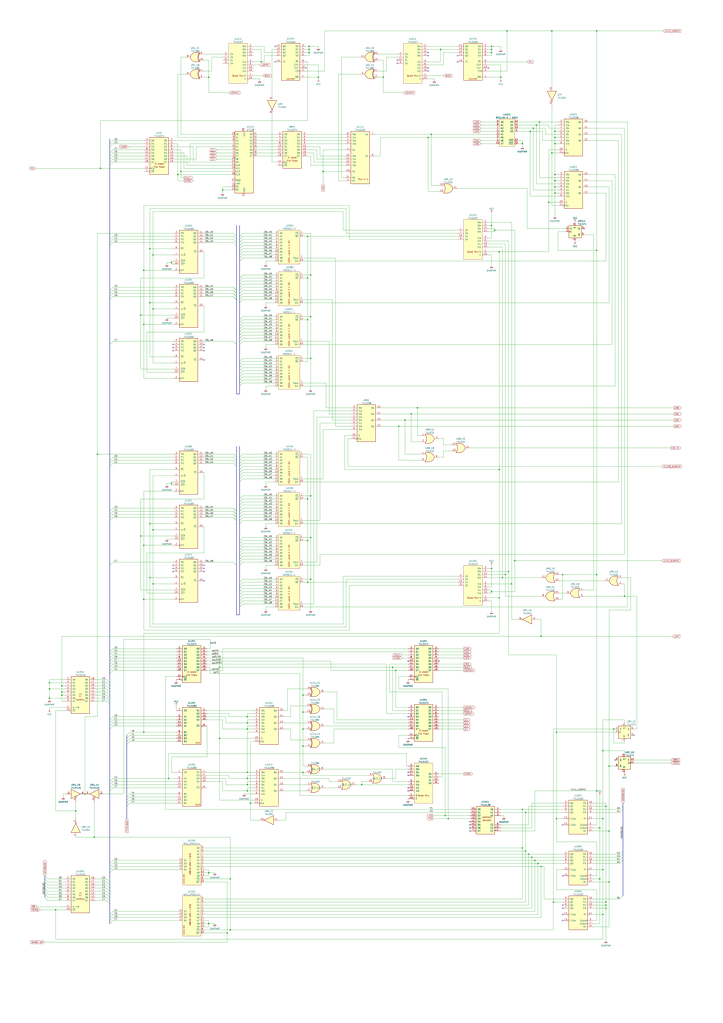
<source format=kicad_sch>
(kicad_sch (version 20211123) (generator eeschema)
  (paper "A1" portrait)
  (title_block (title "EXERION") (rev "A0") (company "JALECO EX-8315") (comment 1 "MADE IN JAPAN") (comment 2 "TRANSCRIBED BY ANTON GALE"))
  (junction (at 254 38.1))
  (junction (at 351.79 113.03))
  (junction (at 455.93 148.59))
  (junction (at 354.33 110.49))
  (junction (at 171.45 717.55))
  (junction (at 490.22 205.74))
  (junction (at 252.73 478.79))
  (junction (at 490.22 472.44))
  (junction (at 455.93 158.75))
  (junction (at 500.38 629.92))
  (junction (at 123.19 430.53))
  (junction (at 436.88 704.85))
  (junction (at 248.92 599.44))
  (junction (at 118.11 492.76))
  (junction (at 252.73 262.89))
  (junction (at 82.55 138.43))
  (junction (at 203.2 589.28))
  (junction (at 69.85 652.78))
  (junction (at 255.27 476.25))
  (junction (at 441.96 709.93))
  (junction (at 40.64 561.34))
  (junction (at 203.2 650.24))
  (junction (at 492.76 680.72))
  (junction (at 337.82 340.36))
  (junction (at 203.2 594.36))
  (junction (at 403.86 43.18))
  (junction (at 297.18 645.16))
  (junction (at 429.26 665.48))
  (junction (at 431.8 699.77))
  (junction (at 252.73 410.21))
  (junction (at 500.38 725.17))
  (junction (at 255.27 441.96))
  (junction (at 416.56 25.4))
  (junction (at 497.84 741.68))
  (junction (at 254 43.18))
  (junction (at 440.69 102.87))
  (junction (at 453.39 25.4))
  (junction (at 368.3 673.1))
  (junction (at 444.5 523.24))
  (junction (at 115.57 440.69))
  (junction (at 490.22 25.4))
  (junction (at 45.72 748.03))
  (junction (at 146.05 143.51))
  (junction (at 205.74 660.4))
  (junction (at 403.86 185.42))
  (junction (at 455.93 113.03))
  (junction (at 248.92 585.47))
  (junction (at 495.3 751.84))
  (junction (at 50.8 568.96))
  (junction (at 429.26 697.23))
  (junction (at 77.47 688.34))
  (junction (at 403.86 467.36))
  (junction (at 203.2 645.16))
  (junction (at 455.93 118.11))
  (junction (at 403.86 38.1))
  (junction (at 255.27 294.64))
  (junction (at 254 40.64))
  (junction (at 450.85 166.37))
  (junction (at 118.11 266.7))
  (junction (at 411.48 63.5))
  (junction (at 410.21 386.08))
  (junction (at 504.19 599.44))
  (junction (at 406.4 189.23))
  (junction (at 125.73 209.55))
  (junction (at 513.08 490.22))
  (junction (at 80.01 373.38))
  (junction (at 490.22 650.24))
  (junction (at 497.84 744.22))
  (junction (at 40.64 566.42))
  (junction (at 403.86 486.41))
  (junction (at 439.42 707.39))
  (junction (at 434.34 702.31))
  (junction (at 265.43 140.97))
  (junction (at 417.83 469.9))
  (junction (at 497.84 662.94))
  (junction (at 454.66 741.68))
  (junction (at 203.2 640.08))
  (junction (at 412.75 474.98))
  (junction (at 138.43 640.08))
  (junction (at 140.97 215.9))
  (junction (at 248.92 571.5))
  (junction (at 444.5 712.47))
  (junction (at 497.84 746.76))
  (junction (at 189.23 722.63))
  (junction (at 50.8 571.5))
  (junction (at 118.11 222.25))
  (junction (at 500.38 683.26))
  (junction (at 422.91 461.01))
  (junction (at 255.27 226.06))
  (junction (at 457.2 601.98))
  (junction (at 255.27 407.67))
  (junction (at 40.64 574.04))
  (junction (at 203.2 635))
  (junction (at 123.19 248.92))
  (junction (at 455.93 143.51))
  (junction (at 115.57 259.08))
  (junction (at 327.66 350.52))
  (junction (at 431.8 668.02))
  (junction (at 140.97 397.51))
  (junction (at 495.3 715.01))
  (junction (at 62.23 666.75))
  (junction (at 415.29 472.44))
  (junction (at 255.27 260.35))
  (junction (at 342.9 335.28))
  (junction (at 118.11 448.31))
  (junction (at 123.19 204.47))
  (junction (at 186.69 767.08))
  (junction (at 462.28 472.44))
  (junction (at 314.96 63.5))
  (junction (at 261.62 63.5))
  (junction (at 125.73 254))
  (junction (at 420.37 480.06))
  (junction (at 410.21 207.01))
  (junction (at 189.23 764.54))
  (junction (at 252.73 194.31))
  (junction (at 457.2 673.1))
  (junction (at 429.26 118.11))
  (junction (at 125.73 435.61))
  (junction (at 492.76 722.63))
  (junction (at 435.61 107.95))
  (junction (at 495.3 673.1))
  (junction (at 118.11 601.98))
  (junction (at 248.92 613.41))
  (junction (at 365.76 670.56))
  (junction (at 180.34 607.06))
  (junction (at 171.45 63.5))
  (junction (at 438.15 105.41))
  (junction (at 443.23 100.33))
  (junction (at 203.2 599.44))
  (junction (at 325.12 551.18))
  (junction (at 453.39 125.73))
  (junction (at 495.3 617.22))
  (junction (at 248.92 635))
  (junction (at 403.86 40.64))
  (junction (at 182.88 156.21))
  (junction (at 180.34 548.64))
  (junction (at 148.59 140.97))
  (junction (at 410.21 491.49))
  (junction (at 455.93 153.67))
  (junction (at 322.58 548.64))
  (junction (at 214.63 50.8))
  (junction (at 252.73 228.6))
  (junction (at 50.8 563.88))
  (junction (at 123.19 474.98))
  (junction (at 332.74 345.44))
  (junction (at 125.73 480.06))
  (junction (at 455.93 107.95))
  (junction (at 252.73 444.5))
  (junction (at 171.45 759.46))
  (junction (at 361.95 40.64))
  (no_connect (at 335.28 589.28))
  (no_connect (at 520.7 604.52))
  (no_connect (at 401.32 55.88))
  (no_connect (at 251.46 55.88))
  (no_connect (at 360.68 543.56))
  (no_connect (at 462.28 744.22))
  (no_connect (at 462.28 746.76))
  (no_connect (at 226.06 50.8))
  (no_connect (at 335.28 543.56))
  (no_connect (at 375.92 50.8))
  (no_connect (at 351.79 58.42))
  (no_connect (at 351.79 55.88))
  (no_connect (at 351.79 45.72))
  (no_connect (at 351.79 43.18))
  (no_connect (at 326.39 52.07))
  (no_connect (at 326.39 49.53))
  (no_connect (at 480.06 187.96))
  (no_connect (at 505.46 624.84))
  (no_connect (at 375.92 45.72))
  (no_connect (at 226.06 38.1))
  (no_connect (at 386.08 675.64))
  (no_connect (at 386.08 678.18))
  (no_connect (at 386.08 680.72))
  (no_connect (at 386.08 683.26))
  (no_connect (at 335.28 635))
  (no_connect (at 335.28 637.54))
  (no_connect (at 335.28 647.7))
  (no_connect (at 335.28 650.24))
  (no_connect (at 167.64 295.91))
  (no_connect (at 167.64 288.29))
  (no_connect (at 167.64 285.75))
  (no_connect (at 142.24 288.29))
  (no_connect (at 167.64 283.21))
  (no_connect (at 142.24 283.21))
  (no_connect (at 142.24 285.75))
  (no_connect (at 167.64 469.9))
  (no_connect (at 167.64 467.36))
  (no_connect (at 167.64 464.82))
  (no_connect (at 167.64 477.52))
  (no_connect (at 142.24 464.82))
  (no_connect (at 142.24 467.36))
  (no_connect (at 142.24 469.9))
  (no_connect (at 462.28 756.92))
  (no_connect (at 462.28 751.84))
  (no_connect (at 462.28 678.18))
  (no_connect (at 462.28 720.09))
  (bus_entry (at 90.17 130.81) (size 2.54 -2.54))
  (bus_entry (at 199.39 273.05) (size -2.54 2.54))
  (bus_entry (at 90.17 566.42) (size -2.54 -2.54))
  (bus_entry (at 90.17 756.92) (size 2.54 -2.54))
  (bus_entry (at 199.39 238.76) (size -2.54 2.54))
  (bus_entry (at 90.17 378.46) (size 2.54 -2.54))
  (bus_entry (at 199.39 481.33) (size -2.54 2.54))
  (bus_entry (at 191.77 199.39) (size 2.54 2.54))
  (bus_entry (at 90.17 725.17) (size -2.54 -2.54))
  (bus_entry (at 199.39 407.67) (size -2.54 2.54))
  (bus_entry (at 191.77 417.83) (size 2.54 2.54))
  (bus_entry (at 191.77 381) (size 2.54 2.54))
  (bus_entry (at 191.77 375.92) (size 2.54 2.54))
  (bus_entry (at 191.77 425.45) (size 2.54 2.54))
  (bus_entry (at 191.77 420.37) (size 2.54 2.54))
  (bus_entry (at 191.77 373.38) (size 2.54 2.54))
  (bus_entry (at 191.77 378.46) (size 2.54 2.54))
  (bus_entry (at 191.77 422.91) (size 2.54 2.54))
  (bus_entry (at 191.77 462.28) (size 2.54 2.54))
  (bus_entry (at 191.77 243.84) (size 2.54 2.54))
  (bus_entry (at 90.17 420.37) (size 2.54 -2.54))
  (bus_entry (at 199.39 209.55) (size -2.54 2.54))
  (bus_entry (at 90.17 754.38) (size 2.54 -2.54))
  (bus_entry (at 511.81 707.39) (size -2.54 2.54))
  (bus_entry (at 199.39 478.79) (size -2.54 2.54))
  (bus_entry (at 90.17 596.9) (size 2.54 -2.54))
  (bus_entry (at 90.17 201.93) (size 2.54 -2.54))
  (bus_entry (at 90.17 732.79) (size -2.54 -2.54))
  (bus_entry (at 199.39 201.93) (size -2.54 2.54))
  (bus_entry (at 36.83 730.25) (size 2.54 2.54))
  (bus_entry (at 199.39 491.49) (size -2.54 2.54))
  (bus_entry (at 199.39 299.72) (size -2.54 2.54))
  (bus_entry (at 199.39 462.28) (size -2.54 2.54))
  (bus_entry (at 104.14 607.06) (size 2.54 -2.54))
  (bus_entry (at 199.39 417.83) (size -2.54 2.54))
  (bus_entry (at 199.39 496.57) (size -2.54 2.54))
  (bus_entry (at 36.83 732.79) (size 2.54 2.54))
  (bus_entry (at 90.17 642.62) (size 2.54 -2.54))
  (bus_entry (at 90.17 425.45) (size 2.54 -2.54))
  (bus_entry (at 199.39 444.5) (size -2.54 2.54))
  (bus_entry (at 191.77 241.3) (size 2.54 2.54))
  (bus_entry (at 199.39 260.35) (size -2.54 2.54))
  (bus_entry (at 199.39 278.13) (size -2.54 2.54))
  (bus_entry (at 199.39 457.2) (size -2.54 2.54))
  (bus_entry (at 90.17 243.84) (size 2.54 -2.54))
  (bus_entry (at 90.17 238.76) (size 2.54 -2.54))
  (bus_entry (at 36.83 727.71) (size 2.54 2.54))
  (bus_entry (at 199.39 246.38) (size -2.54 2.54))
  (bus_entry (at 199.39 447.04) (size -2.54 2.54))
  (bus_entry (at 199.39 262.89) (size -2.54 2.54))
  (bus_entry (at 511.81 665.48) (size -2.54 2.54))
  (bus_entry (at 90.17 645.16) (size 2.54 -2.54))
  (bus_entry (at 511.81 704.85) (size -2.54 2.54))
  (bus_entry (at 511.81 699.77) (size -2.54 2.54))
  (bus_entry (at 90.17 730.25) (size -2.54 -2.54))
  (bus_entry (at 199.39 314.96) (size -2.54 2.54))
  (bus_entry (at 90.17 464.82) (size 2.54 -2.54))
  (bus_entry (at 199.39 241.3) (size -2.54 2.54))
  (bus_entry (at 90.17 543.56) (size 2.54 -2.54))
  (bus_entry (at 199.39 297.18) (size -2.54 2.54))
  (bus_entry (at 191.77 191.77) (size 2.54 2.54))
  (bus_entry (at 104.14 612.14) (size 2.54 -2.54))
  (bus_entry (at 199.39 226.06) (size -2.54 2.54))
  (bus_entry (at 199.39 410.21) (size -2.54 2.54))
  (bus_entry (at 199.39 459.74) (size -2.54 2.54))
  (bus_entry (at 36.83 725.17) (size 2.54 2.54))
  (bus_entry (at 511.81 702.31) (size -2.54 2.54))
  (bus_entry (at 199.39 488.95) (size -2.54 2.54))
  (bus_entry (at 90.17 427.99) (size 2.54 -2.54))
  (bus_entry (at 191.77 280.67) (size 2.54 2.54))
  (bus_entry (at 90.17 737.87) (size -2.54 -2.54))
  (bus_entry (at 90.17 422.91) (size 2.54 -2.54))
  (bus_entry (at 199.39 275.59) (size -2.54 2.54))
  (bus_entry (at 90.17 751.84) (size 2.54 -2.54))
  (bus_entry (at 104.14 655.32) (size 2.54 -2.54))
  (bus_entry (at 199.39 267.97) (size -2.54 2.54))
  (bus_entry (at 199.39 243.84) (size -2.54 2.54))
  (bus_entry (at 36.83 722.63) (size 2.54 2.54))
  (bus_entry (at 90.17 538.48) (size 2.54 -2.54))
  (bus_entry (at 191.77 243.84) (size 2.54 2.54))
  (bus_entry (at 191.77 196.85) (size 2.54 2.54))
  (bus_entry (at 191.77 236.22) (size 2.54 2.54))
  (bus_entry (at 90.17 576.58) (size -2.54 -2.54))
  (bus_entry (at 90.17 574.04) (size -2.54 -2.54))
  (bus_entry (at 104.14 662.94) (size 2.54 -2.54))
  (bus_entry (at 104.14 660.4) (size 2.54 -2.54))
  (bus_entry (at 90.17 118.11) (size 2.54 -2.54))
  (bus_entry (at 90.17 591.82) (size 2.54 -2.54))
  (bus_entry (at 90.17 579.12) (size -2.54 -2.54))
  (bus_entry (at 199.39 194.31) (size -2.54 2.54))
  (bus_entry (at 199.39 309.88) (size -2.54 2.54))
  (bus_entry (at 199.39 304.8) (size -2.54 2.54))
  (bus_entry (at 90.17 727.71) (size -2.54 -2.54))
  (bus_entry (at 199.39 196.85) (size -2.54 2.54))
  (bus_entry (at 90.17 740.41) (size -2.54 -2.54))
  (bus_entry (at 90.17 568.96) (size -2.54 -2.54))
  (bus_entry (at 199.39 486.41) (size -2.54 2.54))
  (bus_entry (at 199.39 454.66) (size -2.54 2.54))
  (bus_entry (at 90.17 246.38) (size 2.54 -2.54))
  (bus_entry (at 199.39 452.12) (size -2.54 2.54))
  (bus_entry (at 199.39 231.14) (size -2.54 2.54))
  (bus_entry (at 36.83 737.87) (size 2.54 2.54))
  (bus_entry (at 90.17 535.94) (size 2.54 -2.54))
  (bus_entry (at 90.17 571.5) (size -2.54 -2.54))
  (bus_entry (at 90.17 120.65) (size 2.54 -2.54))
  (bus_entry (at 90.17 709.93) (size 2.54 -2.54))
  (bus_entry (at 199.39 483.87) (size -2.54 2.54))
  (bus_entry (at 90.17 712.47) (size 2.54 -2.54))
  (bus_entry (at 90.17 125.73) (size 2.54 -2.54))
  (bus_entry (at 199.39 449.58) (size -2.54 2.54))
  (bus_entry (at 199.39 476.25) (size -2.54 2.54))
  (bus_entry (at 511.81 662.94) (size -2.54 2.54))
  (bus_entry (at 199.39 383.54) (size -2.54 2.54))
  (bus_entry (at 199.39 391.16) (size -2.54 2.54))
  (bus_entry (at 199.39 388.62) (size -2.54 2.54))
  (bus_entry (at 199.39 386.08) (size -2.54 2.54))
  (bus_entry (at 199.39 375.92) (size -2.54 2.54))
  (bus_entry (at 199.39 381) (size -2.54 2.54))
  (bus_entry (at 199.39 373.38) (size -2.54 2.54))
  (bus_entry (at 199.39 378.46) (size -2.54 2.54))
  (bus_entry (at 199.39 393.7) (size -2.54 2.54))
  (bus_entry (at 191.77 241.3) (size 2.54 2.54))
  (bus_entry (at 104.14 604.52) (size 2.54 -2.54))
  (bus_entry (at 90.17 715.01) (size 2.54 -2.54))
  (bus_entry (at 199.39 494.03) (size -2.54 2.54))
  (bus_entry (at 199.39 425.45) (size -2.54 2.54))
  (bus_entry (at 199.39 280.67) (size -2.54 2.54))
  (bus_entry (at 90.17 135.89) (size 2.54 -2.54))
  (bus_entry (at 199.39 420.37) (size -2.54 2.54))
  (bus_entry (at 511.81 736.6) (size -2.54 2.54))
  (bus_entry (at 199.39 270.51) (size -2.54 2.54))
  (bus_entry (at 90.17 759.46) (size 2.54 -2.54))
  (bus_entry (at 191.77 238.76) (size 2.54 2.54))
  (bus_entry (at 90.17 717.55) (size 2.54 -2.54))
  (bus_entry (at 199.39 294.64) (size -2.54 2.54))
  (bus_entry (at 90.17 283.21) (size 2.54 -2.54))
  (bus_entry (at 199.39 228.6) (size -2.54 2.54))
  (bus_entry (at 191.77 417.83) (size 2.54 2.54))
  (bus_entry (at 191.77 422.91) (size 2.54 2.54))
  (bus_entry (at 199.39 207.01) (size -2.54 2.54))
  (bus_entry (at 90.17 599.44) (size 2.54 -2.54))
  (bus_entry (at 90.17 647.7) (size 2.54 -2.54))
  (bus_entry (at 90.17 546.1) (size 2.54 -2.54))
  (bus_entry (at 191.77 425.45) (size 2.54 2.54))
  (bus_entry (at 199.39 441.96) (size -2.54 2.54))
  (bus_entry (at 199.39 199.39) (size -2.54 2.54))
  (bus_entry (at 36.83 735.33) (size 2.54 2.54))
  (bus_entry (at 191.77 236.22) (size 2.54 2.54))
  (bus_entry (at 199.39 312.42) (size -2.54 2.54))
  (bus_entry (at 90.17 551.18) (size 2.54 -2.54))
  (bus_entry (at 199.39 236.22) (size -2.54 2.54))
  (bus_entry (at 199.39 302.26) (size -2.54 2.54))
  (bus_entry (at 90.17 196.85) (size 2.54 -2.54))
  (bus_entry (at 104.14 609.6) (size 2.54 -2.54))
  (bus_entry (at 191.77 194.31) (size 2.54 2.54))
  (bus_entry (at 199.39 427.99) (size -2.54 2.54))
  (bus_entry (at 90.17 563.88) (size -2.54 -2.54))
  (bus_entry (at 199.39 204.47) (size -2.54 2.54))
  (bus_entry (at 90.17 735.33) (size -2.54 -2.54))
  (bus_entry (at 90.17 561.34) (size -2.54 -2.54))
  (bus_entry (at 191.77 420.37) (size 2.54 2.54))
  (bus_entry (at 199.39 191.77) (size -2.54 2.54))
  (bus_entry (at 199.39 212.09) (size -2.54 2.54))
  (bus_entry (at 199.39 412.75) (size -2.54 2.54))
  (bus_entry (at 90.17 548.64) (size 2.54 -2.54))
  (bus_entry (at 90.17 383.54) (size 2.54 -2.54))
  (bus_entry (at 199.39 422.91) (size -2.54 2.54))
  (bus_entry (at 104.14 657.86) (size 2.54 -2.54))
  (bus_entry (at 90.17 650.24) (size 2.54 -2.54))
  (bus_entry (at 90.17 241.3) (size 2.54 -2.54))
  (bus_entry (at 90.17 541.02) (size 2.54 -2.54))
  (bus_entry (at 90.17 594.36) (size 2.54 -2.54))
  (bus_entry (at 90.17 128.27) (size 2.54 -2.54))
  (bus_entry (at 199.39 233.68) (size -2.54 2.54))
  (bus_entry (at 90.17 133.35) (size 2.54 -2.54))
  (bus_entry (at 191.77 238.76) (size 2.54 2.54))
  (bus_entry (at 90.17 381) (size 2.54 -2.54))
  (bus_entry (at 199.39 307.34) (size -2.54 2.54))
  (bus_entry (at 90.17 199.39) (size 2.54 -2.54))
  (bus_entry (at 199.39 265.43) (size -2.54 2.54))
  (bus_entry (at 90.17 553.72) (size 2.54 -2.54))
  (bus_entry (at 199.39 415.29) (size -2.54 2.54))
  (bus_entry (at 36.83 720.09) (size 2.54 2.54))
  (bus_entry (at 90.17 742.95) (size -2.54 -2.54))
  (wire (pts (xy 199.39 381) (xy 226.06 381)))
  (wire (pts (xy 403.86 40.64) (xy 403.86 38.1)))
  (bus (pts (xy 194.31 375.92) (xy 194.31 378.46)))
  (bus (pts (xy 196.85 449.58) (xy 196.85 452.12)))
  (wire (pts (xy 208.28 53.34) (xy 213.36 53.34)))
  (wire (pts (xy 210.82 115.57) (xy 227.33 115.57)))
  (wire (pts (xy 283.21 140.97) (xy 265.43 140.97)))
  (wire (pts (xy 332.74 345.44) (xy 553.72 345.44)))
  (wire (pts (xy 255.27 135.89) (xy 283.21 135.89)))
  (wire (pts (xy 167.64 425.45) (xy 191.77 425.45)))
  (wire (pts (xy 351.79 113.03) (xy 407.67 113.03)))
  (bus (pts (xy 196.85 459.74) (xy 196.85 462.28)))
  (bus (pts (xy 194.31 464.82) (xy 194.31 505.46)))
  (wire (pts (xy 143.51 118.11) (xy 146.05 118.11)))
  (wire (pts (xy 513.08 617.22) (xy 513.08 619.76)))
  (wire (pts (xy 417.83 198.12) (xy 417.83 469.9)))
  (wire (pts (xy 199.39 265.43) (xy 226.06 265.43)))
  (wire (pts (xy 30.48 745.49) (xy 53.34 745.49)))
  (wire (pts (xy 487.68 709.93) (xy 509.27 709.93)))
  (wire (pts (xy 226.06 248.92) (xy 218.44 248.92)))
  (wire (pts (xy 125.73 391.16) (xy 142.24 391.16)))
  (wire (pts (xy 203.2 601.98) (xy 203.2 635)))
  (wire (pts (xy 252.73 110.49) (xy 283.21 110.49)))
  (wire (pts (xy 125.73 435.61) (xy 142.24 435.61)))
  (wire (pts (xy 453.39 168.91) (xy 458.47 168.91)))
  (wire (pts (xy 233.68 635) (xy 248.92 635)))
  (wire (pts (xy 118.11 222.25) (xy 118.11 266.7)))
  (wire (pts (xy 302.26 642.62) (xy 297.18 642.62)))
  (wire (pts (xy 434.34 662.94) (xy 462.28 662.94)))
  (bus (pts (xy 196.85 312.42) (xy 196.85 314.96)))
  (bus (pts (xy 90.17 378.46) (xy 90.17 381)))
  (wire (pts (xy 252.73 194.31) (xy 375.92 194.31)))
  (wire (pts (xy 364.49 43.18) (xy 375.92 43.18)))
  (wire (pts (xy 248.92 191.77) (xy 255.27 191.77)))
  (wire (pts (xy 186.69 774.7) (xy 36.83 774.7)))
  (wire (pts (xy 401.32 469.9) (xy 417.83 469.9)))
  (wire (pts (xy 171.45 759.46) (xy 176.53 759.46)))
  (wire (pts (xy 167.64 739.14) (xy 429.26 739.14)))
  (wire (pts (xy 142.24 443.23) (xy 137.16 443.23)))
  (wire (pts (xy 69.85 589.28) (xy 80.01 589.28)))
  (wire (pts (xy 412.75 203.2) (xy 412.75 474.98)))
  (wire (pts (xy 180.34 607.06) (xy 180.34 548.64)))
  (wire (pts (xy 182.88 591.82) (xy 182.88 599.44)))
  (wire (pts (xy 170.18 586.74) (xy 187.96 586.74)))
  (wire (pts (xy 335.28 604.52) (xy 327.66 604.52)))
  (wire (pts (xy 287.02 168.91) (xy 118.11 168.91)))
  (wire (pts (xy 167.64 388.62) (xy 167.64 410.21)))
  (wire (pts (xy 199.39 278.13) (xy 226.06 278.13)))
  (wire (pts (xy 40.64 566.42) (xy 53.34 566.42)))
  (wire (pts (xy 457.2 601.98) (xy 457.2 538.48)))
  (wire (pts (xy 205.74 660.4) (xy 205.74 674.37)))
  (wire (pts (xy 199.39 275.59) (xy 226.06 275.59)))
  (wire (pts (xy 172.72 553.72) (xy 172.72 548.64)))
  (wire (pts (xy 208.28 601.98) (xy 203.2 601.98)))
  (wire (pts (xy 248.92 393.7) (xy 265.43 393.7)))
  (wire (pts (xy 334.01 629.92) (xy 335.28 629.92)))
  (wire (pts (xy 262.89 120.65) (xy 262.89 128.27)))
  (wire (pts (xy 92.71 422.91) (xy 142.24 422.91)))
  (wire (pts (xy 483.87 105.41) (xy 513.08 105.41)))
  (wire (pts (xy 439.42 707.39) (xy 439.42 749.3)))
  (wire (pts (xy 199.39 447.04) (xy 226.06 447.04)))
  (wire (pts (xy 335.28 558.8) (xy 335.28 560.07)))
  (wire (pts (xy 502.92 148.59) (xy 483.87 148.59)))
  (wire (pts (xy 363.22 568.96) (xy 320.04 568.96)))
  (wire (pts (xy 167.64 44.45) (xy 182.88 44.45)))
  (wire (pts (xy 50.8 523.24) (xy 444.5 523.24)))
  (wire (pts (xy 87.63 566.42) (xy 78.74 566.42)))
  (wire (pts (xy 199.39 270.51) (xy 226.06 270.51)))
  (bus (pts (xy 196.85 391.16) (xy 196.85 393.7)))
  (bus (pts (xy 196.85 452.12) (xy 196.85 454.66)))
  (bus (pts (xy 196.85 378.46) (xy 196.85 381)))
  (wire (pts (xy 455.93 143.51) (xy 458.47 143.51)))
  (wire (pts (xy 433.07 50.8) (xy 401.32 50.8)))
  (wire (pts (xy 459.74 492.76) (xy 462.28 492.76)))
  (wire (pts (xy 92.71 541.02) (xy 144.78 541.02)))
  (wire (pts (xy 210.82 110.49) (xy 227.33 110.49)))
  (wire (pts (xy 454.66 741.68) (xy 454.66 599.44)))
  (wire (pts (xy 360.68 551.18) (xy 381 551.18)))
  (wire (pts (xy 280.67 46.99) (xy 280.67 146.05)))
  (wire (pts (xy 205.74 609.6) (xy 205.74 660.4)))
  (wire (pts (xy 414.02 670.56) (xy 414.02 671.83)))
  (wire (pts (xy 297.18 645.16) (xy 335.28 645.16)))
  (wire (pts (xy 199.39 388.62) (xy 226.06 388.62)))
  (wire (pts (xy 436.88 704.85) (xy 462.28 704.85)))
  (wire (pts (xy 403.86 209.55) (xy 403.86 218.44)))
  (wire (pts (xy 138.43 640.08) (xy 144.78 640.08)))
  (wire (pts (xy 101.6 525.78) (xy 172.72 525.78)))
  (wire (pts (xy 185.42 645.16) (xy 203.2 645.16)))
  (wire (pts (xy 199.39 233.68) (xy 226.06 233.68)))
  (wire (pts (xy 487.68 668.02) (xy 509.27 668.02)))
  (wire (pts (xy 415.29 472.44) (xy 415.29 490.22)))
  (wire (pts (xy 148.59 140.97) (xy 148.59 146.05)))
  (wire (pts (xy 487.68 662.94) (xy 497.84 662.94)))
  (wire (pts (xy 167.64 410.21) (xy 115.57 410.21)))
  (wire (pts (xy 401.32 494.03) (xy 403.86 494.03)))
  (wire (pts (xy 266.7 25.4) (xy 416.56 25.4)))
  (wire (pts (xy 92.71 712.47) (xy 147.32 712.47)))
  (wire (pts (xy 401.32 38.1) (xy 403.86 38.1)))
  (wire (pts (xy 203.2 586.74) (xy 203.2 589.28)))
  (wire (pts (xy 487.68 707.39) (xy 509.27 707.39)))
  (wire (pts (xy 39.37 735.33) (xy 53.34 735.33)))
  (wire (pts (xy 199.39 488.95) (xy 226.06 488.95)))
  (bus (pts (xy 90.17 732.79) (xy 90.17 735.33)))
  (wire (pts (xy 455.93 148.59) (xy 455.93 153.67)))
  (wire (pts (xy 186.69 774.7) (xy 186.69 767.08)))
  (bus (pts (xy 90.17 243.84) (xy 90.17 246.38)))
  (wire (pts (xy 505.46 317.5) (xy 505.46 143.51)))
  (wire (pts (xy 261.62 38.1) (xy 261.62 39.37)))
  (wire (pts (xy 92.71 241.3) (xy 142.24 241.3)))
  (wire (pts (xy 284.48 171.45) (xy 284.48 191.77)))
  (bus (pts (xy 90.17 717.55) (xy 90.17 725.17)))
  (wire (pts (xy 228.6 674.37) (xy 234.95 674.37)))
  (wire (pts (xy 262.89 427.99) (xy 262.89 347.98)))
  (wire (pts (xy 199.39 241.3) (xy 226.06 241.3)))
  (bus (pts (xy 90.17 551.18) (xy 90.17 553.72)))
  (wire (pts (xy 167.64 420.37) (xy 191.77 420.37)))
  (wire (pts (xy 492.76 722.63) (xy 492.76 680.72)))
  (wire (pts (xy 226.06 464.82) (xy 218.44 464.82)))
  (wire (pts (xy 248.92 444.5) (xy 252.73 444.5)))
  (wire (pts (xy 167.64 49.53) (xy 171.45 49.53)))
  (wire (pts (xy 167.64 712.47) (xy 444.5 712.47)))
  (wire (pts (xy 312.42 128.27) (xy 312.42 113.03)))
  (wire (pts (xy 123.19 474.98) (xy 142.24 474.98)))
  (wire (pts (xy 313.69 340.36) (xy 337.82 340.36)))
  (wire (pts (xy 386.08 368.3) (xy 551.18 368.3)))
  (bus (pts (xy 196.85 304.8) (xy 196.85 307.34)))
  (wire (pts (xy 138.43 619.76) (xy 334.01 619.76)))
  (wire (pts (xy 144.78 580.39) (xy 144.78 584.2)))
  (wire (pts (xy 490.22 25.4) (xy 544.83 25.4)))
  (wire (pts (xy 208.28 609.6) (xy 205.74 609.6)))
  (wire (pts (xy 50.8 571.5) (xy 53.34 571.5)))
  (bus (pts (xy 90.17 241.3) (xy 90.17 243.84)))
  (bus (pts (xy 90.17 538.48) (xy 90.17 541.02)))
  (wire (pts (xy 420.37 480.06) (xy 420.37 509.27)))
  (bus (pts (xy 196.85 209.55) (xy 196.85 212.09)))
  (wire (pts (xy 490.22 678.18) (xy 487.68 678.18)))
  (wire (pts (xy 182.88 642.62) (xy 182.88 650.24)))
  (wire (pts (xy 118.11 448.31) (xy 142.24 448.31)))
  (bus (pts (xy 511.81 662.94) (xy 511.81 665.48)))
  (wire (pts (xy 401.32 203.2) (xy 412.75 203.2)))
  (wire (pts (xy 254 43.18) (xy 254 40.64)))
  (wire (pts (xy 199.39 407.67) (xy 226.06 407.67)))
  (bus (pts (xy 194.31 283.21) (xy 194.31 323.85)))
  (bus (pts (xy 196.85 201.93) (xy 196.85 204.47)))
  (wire (pts (xy 142.24 214.63) (xy 140.97 214.63)))
  (wire (pts (xy 288.29 360.68) (xy 285.75 360.68)))
  (wire (pts (xy 487.68 741.68) (xy 497.84 741.68)))
  (wire (pts (xy 401.32 480.06) (xy 420.37 480.06)))
  (wire (pts (xy 360.68 546.1) (xy 381 546.1)))
  (wire (pts (xy 167.64 754.38) (xy 444.5 754.38)))
  (wire (pts (xy 167.64 417.83) (xy 191.77 417.83)))
  (bus (pts (xy 194.31 425.45) (xy 194.31 427.99)))
  (wire (pts (xy 436.88 704.85) (xy 436.88 746.76)))
  (wire (pts (xy 492.76 759.46) (xy 492.76 722.63)))
  (wire (pts (xy 441.96 709.93) (xy 462.28 709.93)))
  (wire (pts (xy 92.71 462.28) (xy 142.24 462.28)))
  (wire (pts (xy 223.52 40.64) (xy 223.52 78.74)))
  (wire (pts (xy 266.7 596.9) (xy 335.28 596.9)))
  (wire (pts (xy 417.83 469.9) (xy 417.83 538.48)))
  (wire (pts (xy 270.51 640.08) (xy 270.51 642.62)))
  (wire (pts (xy 332.74 373.38) (xy 332.74 345.44)))
  (wire (pts (xy 167.64 751.84) (xy 441.96 751.84)))
  (wire (pts (xy 436.88 680.72) (xy 436.88 660.4)))
  (bus (pts (xy 90.17 756.92) (xy 90.17 759.46)))
  (wire (pts (xy 167.64 238.76) (xy 191.77 238.76)))
  (bus (pts (xy 196.85 270.51) (xy 196.85 273.05)))
  (wire (pts (xy 199.39 309.88) (xy 226.06 309.88)))
  (bus (pts (xy 196.85 375.92) (xy 196.85 378.46)))
  (wire (pts (xy 422.91 461.01) (xy 422.91 486.41)))
  (wire (pts (xy 226.06 214.63) (xy 218.44 214.63)))
  (wire (pts (xy 210.82 120.65) (xy 227.33 120.65)))
  (wire (pts (xy 106.68 607.06) (xy 144.78 607.06)))
  (wire (pts (xy 455.93 113.03) (xy 455.93 118.11)))
  (wire (pts (xy 330.2 541.02) (xy 335.28 541.02)))
  (wire (pts (xy 436.88 660.4) (xy 462.28 660.4)))
  (wire (pts (xy 106.68 652.78) (xy 144.78 652.78)))
  (wire (pts (xy 248.92 585.47) (xy 248.92 571.5)))
  (wire (pts (xy 167.64 375.92) (xy 191.77 375.92)))
  (bus (pts (xy 90.17 591.82) (xy 90.17 594.36)))
  (bus (pts (xy 194.31 422.91) (xy 194.31 425.45)))
  (bus (pts (xy 196.85 410.21) (xy 196.85 412.75)))
  (wire (pts (xy 508 396.24) (xy 508 115.57)))
  (bus (pts (xy 90.17 642.62) (xy 90.17 645.16)))
  (wire (pts (xy 276.86 568.96) (xy 266.7 568.96)))
  (wire (pts (xy 455.93 153.67) (xy 455.93 158.75)))
  (wire (pts (xy 251.46 40.64) (xy 254 40.64)))
  (wire (pts (xy 248.92 317.5) (xy 505.46 317.5)))
  (wire (pts (xy 497.84 741.68) (xy 497.84 744.22)))
  (wire (pts (xy 180.34 538.48) (xy 180.34 548.64)))
  (wire (pts (xy 429.26 118.11) (xy 429.26 120.65)))
  (wire (pts (xy 190.5 125.73) (xy 177.8 125.73)))
  (wire (pts (xy 311.15 58.42) (xy 317.5 58.42)))
  (wire (pts (xy 495.3 591.82) (xy 495.3 617.22)))
  (wire (pts (xy 167.64 191.77) (xy 191.77 191.77)))
  (wire (pts (xy 410.21 207.01) (xy 410.21 386.08)))
  (wire (pts (xy 180.34 548.64) (xy 322.58 548.64)))
  (wire (pts (xy 495.3 591.82) (xy 513.08 591.82)))
  (wire (pts (xy 238.76 589.28) (xy 238.76 580.39)))
  (wire (pts (xy 189.23 764.54) (xy 454.66 764.54)))
  (wire (pts (xy 199.39 212.09) (xy 226.06 212.09)))
  (wire (pts (xy 401.32 58.42) (xy 416.56 58.42)))
  (wire (pts (xy 411.48 668.02) (xy 431.8 668.02)))
  (wire (pts (xy 123.19 430.53) (xy 142.24 430.53)))
  (wire (pts (xy 429.26 115.57) (xy 429.26 118.11)))
  (wire (pts (xy 252.73 444.5) (xy 252.73 410.21)))
  (wire (pts (xy 144.78 558.8) (xy 144.78 560.07)))
  (wire (pts (xy 401.32 43.18) (xy 403.86 43.18)))
  (wire (pts (xy 252.73 410.21) (xy 252.73 375.92)))
  (wire (pts (xy 92.71 596.9) (xy 144.78 596.9)))
  (wire (pts (xy 255.27 191.77) (xy 255.27 226.06)))
  (bus (pts (xy 90.17 130.81) (xy 90.17 133.35)))
  (wire (pts (xy 85.09 652.78) (xy 101.6 652.78)))
  (wire (pts (xy 167.64 462.28) (xy 191.77 462.28)))
  (wire (pts (xy 252.73 50.8) (xy 252.73 99.06)))
  (bus (pts (xy 104.14 657.86) (xy 104.14 660.4)))
  (wire (pts (xy 248.92 407.67) (xy 255.27 407.67)))
  (wire (pts (xy 438.15 105.41) (xy 448.31 105.41)))
  (wire (pts (xy 123.19 430.53) (xy 123.19 386.08)))
  (wire (pts (xy 401.32 207.01) (xy 410.21 207.01)))
  (wire (pts (xy 500.38 725.17) (xy 500.38 762)))
  (wire (pts (xy 251.46 629.92) (xy 248.92 629.92)))
  (wire (pts (xy 223.52 93.98) (xy 223.52 133.35)))
  (wire (pts (xy 252.73 125.73) (xy 257.81 125.73)))
  (bus (pts (xy 90.17 730.25) (xy 90.17 732.79)))
  (wire (pts (xy 248.92 629.92) (xy 248.92 613.41)))
  (wire (pts (xy 248.92 430.53) (xy 510.54 430.53)))
  (bus (pts (xy 196.85 299.72) (xy 196.85 302.26)))
  (wire (pts (xy 123.19 474.98) (xy 123.19 430.53)))
  (wire (pts (xy 314.96 76.2) (xy 331.47 76.2)))
  (wire (pts (xy 203.2 640.08) (xy 208.28 640.08)))
  (wire (pts (xy 497.84 214.63) (xy 497.84 158.75)))
  (bus (pts (xy 90.17 125.73) (xy 90.17 128.27)))
  (wire (pts (xy 275.59 350.52) (xy 275.59 212.09)))
  (wire (pts (xy 92.71 591.82) (xy 144.78 591.82)))
  (wire (pts (xy 199.39 393.7) (xy 226.06 393.7)))
  (bus (pts (xy 511.81 699.77) (xy 511.81 702.31)))
  (wire (pts (xy 360.68 636.27) (xy 381 636.27)))
  (wire (pts (xy 153.67 128.27) (xy 143.51 128.27)))
  (wire (pts (xy 248.92 260.35) (xy 255.27 260.35)))
  (wire (pts (xy 403.86 494.03) (xy 403.86 502.92)))
  (wire (pts (xy 199.39 299.72) (xy 226.06 299.72)))
  (wire (pts (xy 445.77 115.57) (xy 458.47 115.57)))
  (wire (pts (xy 33.02 748.03) (xy 45.72 748.03)))
  (wire (pts (xy 199.39 462.28) (xy 226.06 462.28)))
  (wire (pts (xy 401.32 482.6) (xy 403.86 482.6)))
  (wire (pts (xy 360.68 538.48) (xy 381 538.48)))
  (wire (pts (xy 401.32 187.96) (xy 406.4 187.96)))
  (wire (pts (xy 161.29 120.65) (xy 190.5 120.65)))
  (wire (pts (xy 401.32 63.5) (xy 411.48 63.5)))
  (wire (pts (xy 288.29 335.28) (xy 267.97 335.28)))
  (wire (pts (xy 77.47 659.13) (xy 77.47 688.34)))
  (wire (pts (xy 425.45 100.33) (xy 443.23 100.33)))
  (wire (pts (xy 312.42 113.03) (xy 351.79 113.03)))
  (wire (pts (xy 365.76 670.56) (xy 386.08 670.56)))
  (wire (pts (xy 92.71 533.4) (xy 144.78 533.4)))
  (wire (pts (xy 167.64 243.84) (xy 191.77 243.84)))
  (wire (pts (xy 252.73 478.79) (xy 252.73 444.5)))
  (wire (pts (xy 146.05 118.11) (xy 146.05 143.51)))
  (bus (pts (xy 90.17 596.9) (xy 90.17 599.44)))
  (wire (pts (xy 143.51 115.57) (xy 190.5 115.57)))
  (wire (pts (xy 190.5 110.49) (xy 148.59 110.49)))
  (wire (pts (xy 360.68 375.92) (xy 364.49 375.92)))
  (wire (pts (xy 199.39 422.91) (xy 226.06 422.91)))
  (wire (pts (xy 360.68 591.82) (xy 381 591.82)))
  (bus (pts (xy 90.17 464.82) (xy 90.17 535.94)))
  (wire (pts (xy 125.73 254) (xy 142.24 254)))
  (wire (pts (xy 435.61 161.29) (xy 435.61 107.95)))
  (wire (pts (xy 248.92 571.5) (xy 248.92 541.02)))
  (wire (pts (xy 167.64 744.22) (xy 434.34 744.22)))
  (wire (pts (xy 431.8 741.68) (xy 431.8 699.77)))
  (wire (pts (xy 167.64 707.39) (xy 439.42 707.39)))
  (wire (pts (xy 450.85 123.19) (xy 450.85 166.37)))
  (wire (pts (xy 254 40.64) (xy 254 38.1)))
  (bus (pts (xy 90.17 196.85) (xy 90.17 199.39)))
  (wire (pts (xy 415.29 490.22) (xy 444.5 490.22)))
  (wire (pts (xy 325.12 632.46) (xy 325.12 640.08)))
  (wire (pts (xy 92.71 543.56) (xy 144.78 543.56)))
  (wire (pts (xy 252.73 228.6) (xy 252.73 194.31)))
  (wire (pts (xy 363.22 638.81) (xy 363.22 568.96)))
  (wire (pts (xy 92.71 538.48) (xy 144.78 538.48)))
  (wire (pts (xy 360.68 586.74) (xy 381 586.74)))
  (wire (pts (xy 458.47 205.74) (xy 490.22 205.74)))
  (wire (pts (xy 356.87 64.77) (xy 356.87 66.04)))
  (wire (pts (xy 360.68 157.48) (xy 351.79 157.48)))
  (wire (pts (xy 226.06 499.11) (xy 218.44 499.11)))
  (wire (pts (xy 218.44 214.63) (xy 218.44 217.17)))
  (wire (pts (xy 487.68 485.14) (xy 487.68 193.04)))
  (wire (pts (xy 313.69 335.28) (xy 342.9 335.28)))
  (wire (pts (xy 50.8 568.96) (xy 50.8 571.5)))
  (bus (pts (xy 196.85 248.92) (xy 196.85 262.89)))
  (wire (pts (xy 125.73 209.55) (xy 142.24 209.55)))
  (wire (pts (xy 354.33 110.49) (xy 407.67 110.49)))
  (wire (pts (xy 458.47 146.05) (xy 443.23 146.05)))
  (wire (pts (xy 236.22 584.2) (xy 236.22 566.42)))
  (wire (pts (xy 120.65 306.07) (xy 142.24 306.07)))
  (wire (pts (xy 115.57 259.08) (xy 142.24 259.08)))
  (wire (pts (xy 458.47 123.19) (xy 450.85 123.19)))
  (wire (pts (xy 455.93 118.11) (xy 458.47 118.11)))
  (wire (pts (xy 265.43 353.06) (xy 288.29 353.06)))
  (wire (pts (xy 375.92 481.33) (xy 287.02 481.33)))
  (wire (pts (xy 433.07 187.96) (xy 433.07 154.94)))
  (wire (pts (xy 403.86 482.6) (xy 403.86 467.36)))
  (wire (pts (xy 334.01 619.76) (xy 334.01 629.92)))
  (wire (pts (xy 248.92 635) (xy 251.46 635)))
  (wire (pts (xy 106.68 655.32) (xy 144.78 655.32)))
  (wire (pts (xy 490.22 756.92) (xy 490.22 731.52)))
  (wire (pts (xy 386.08 665.48) (xy 135.89 665.48)))
  (bus (pts (xy 196.85 491.49) (xy 196.85 494.03)))
  (wire (pts (xy 439.42 683.26) (xy 439.42 650.24)))
  (bus (pts (xy 196.85 415.29) (xy 196.85 417.83)))
  (wire (pts (xy 364.49 370.84) (xy 370.84 370.84)))
  (wire (pts (xy 455.93 118.11) (xy 455.93 143.51)))
  (wire (pts (xy 218.44 499.11) (xy 218.44 501.65)))
  (bus (pts (xy 90.17 594.36) (xy 90.17 596.9)))
  (wire (pts (xy 487.68 739.14) (xy 509.27 739.14)))
  (wire (pts (xy 411.48 665.48) (xy 429.26 665.48)))
  (bus (pts (xy 196.85 464.82) (xy 196.85 478.79)))
  (wire (pts (xy 248.92 462.28) (xy 260.35 462.28)))
  (wire (pts (xy 500.38 629.92) (xy 500.38 501.65)))
  (wire (pts (xy 360.68 535.94) (xy 381 535.94)))
  (wire (pts (xy 171.45 717.55) (xy 176.53 717.55)))
  (wire (pts (xy 167.64 58.42) (xy 173.99 58.42)))
  (wire (pts (xy 205.74 660.4) (xy 208.28 660.4)))
  (wire (pts (xy 510.54 110.49) (xy 483.87 110.49)))
  (wire (pts (xy 208.28 38.1) (xy 217.17 38.1)))
  (bus (pts (xy 196.85 302.26) (xy 196.85 304.8)))
  (wire (pts (xy 185.42 640.08) (xy 185.42 645.16)))
  (bus (pts (xy 36.83 725.17) (xy 36.83 727.71)))
  (wire (pts (xy 190.5 140.97) (xy 148.59 140.97)))
  (wire (pts (xy 520.7 627.38) (xy 551.18 627.38)))
  (wire (pts (xy 425.45 105.41) (xy 438.15 105.41)))
  (bus (pts (xy 36.83 735.33) (xy 36.83 737.87)))
  (wire (pts (xy 288.29 345.44) (xy 273.05 345.44)))
  (wire (pts (xy 167.64 725.17) (xy 186.69 725.17)))
  (wire (pts (xy 167.64 378.46) (xy 191.77 378.46)))
  (wire (pts (xy 199.39 297.18) (xy 226.06 297.18)))
  (wire (pts (xy 171.45 49.53) (xy 171.45 63.5)))
  (wire (pts (xy 487.68 744.22) (xy 497.84 744.22)))
  (wire (pts (xy 420.37 182.88) (xy 420.37 480.06)))
  (wire (pts (xy 187.96 586.74) (xy 187.96 589.28)))
  (wire (pts (xy 115.57 410.21) (xy 115.57 440.69)))
  (bus (pts (xy 90.17 650.24) (xy 90.17 709.93)))
  (bus (pts (xy 90.17 561.34) (xy 90.17 563.88)))
  (wire (pts (xy 505.46 143.51) (xy 483.87 143.51)))
  (wire (pts (xy 248.92 262.89) (xy 252.73 262.89)))
  (wire (pts (xy 327.66 614.68) (xy 365.76 614.68)))
  (wire (pts (xy 490.22 650.24) (xy 490.22 678.18)))
  (wire (pts (xy 411.48 63.5) (xy 411.48 64.77)))
  (wire (pts (xy 401.32 190.5) (xy 406.4 190.5)))
  (wire (pts (xy 153.67 135.89) (xy 153.67 128.27)))
  (wire (pts (xy 508 115.57) (xy 483.87 115.57)))
  (wire (pts (xy 45.72 772.16) (xy 45.72 748.03)))
  (wire (pts (xy 434.34 678.18) (xy 434.34 662.94)))
  (wire (pts (xy 360.68 584.2) (xy 381 584.2)))
  (bus (pts (xy 194.31 378.46) (xy 194.31 381)))
  (wire (pts (xy 255.27 407.67) (xy 255.27 441.96)))
  (wire (pts (xy 401.32 209.55) (xy 403.86 209.55)))
  (wire (pts (xy 351.79 64.77) (xy 356.87 64.77)))
  (wire (pts (xy 189.23 688.34) (xy 77.47 688.34)))
  (bus (pts (xy 196.85 420.37) (xy 196.85 422.91)))
  (bus (pts (xy 90.17 574.04) (xy 90.17 576.58)))
  (wire (pts (xy 92.71 199.39) (xy 142.24 199.39)))
  (wire (pts (xy 252.73 478.79) (xy 375.92 478.79)))
  (wire (pts (xy 444.5 509.27) (xy 444.5 523.24)))
  (wire (pts (xy 205.74 674.37) (xy 213.36 674.37)))
  (wire (pts (xy 92.71 125.73) (xy 118.11 125.73)))
  (wire (pts (xy 167.64 759.46) (xy 171.45 759.46)))
  (wire (pts (xy 92.71 715.01) (xy 147.32 715.01)))
  (wire (pts (xy 518.16 501.65) (xy 518.16 474.98)))
  (wire (pts (xy 455.93 153.67) (xy 458.47 153.67)))
  (wire (pts (xy 148.59 110.49) (xy 148.59 46.99)))
  (wire (pts (xy 403.86 486.41) (xy 422.91 486.41)))
  (wire (pts (xy 54.61 652.78) (xy 52.07 652.78)))
  (wire (pts (xy 375.92 191.77) (xy 284.48 191.77)))
  (wire (pts (xy 457.2 731.52) (xy 457.2 715.01)))
  (bus (pts (xy 90.17 283.21) (xy 90.17 378.46)))
  (wire (pts (xy 401.32 195.58) (xy 403.86 195.58)))
  (wire (pts (xy 199.39 427.99) (xy 226.06 427.99)))
  (wire (pts (xy 425.45 115.57) (xy 429.26 115.57)))
  (wire (pts (xy 266.7 632.46) (xy 322.58 632.46)))
  (wire (pts (xy 513.08 490.22) (xy 513.08 480.06)))
  (wire (pts (xy 167.64 709.93) (xy 441.96 709.93)))
  (wire (pts (xy 148.59 123.19) (xy 143.51 123.19)))
  (wire (pts (xy 487.68 759.46) (xy 492.76 759.46)))
  (wire (pts (xy 208.28 62.23) (xy 215.9 62.23)))
  (wire (pts (xy 513.08 610.87) (xy 504.19 610.87)))
  (wire (pts (xy 513.08 455.93) (xy 262.89 455.93)))
  (wire (pts (xy 455.93 158.75) (xy 458.47 158.75)))
  (wire (pts (xy 233.68 599.44) (xy 238.76 599.44)))
  (wire (pts (xy 262.89 464.82) (xy 248.92 464.82)))
  (wire (pts (xy 252.73 297.18) (xy 252.73 262.89)))
  (wire (pts (xy 351.79 40.64) (xy 361.95 40.64)))
  (bus (pts (xy 196.85 243.84) (xy 196.85 246.38)))
  (wire (pts (xy 185.42 594.36) (xy 203.2 594.36)))
  (wire (pts (xy 455.93 148.59) (xy 458.47 148.59)))
  (wire (pts (xy 92.71 751.84) (xy 147.32 751.84)))
  (wire (pts (xy 167.64 228.6) (xy 115.57 228.6)))
  (wire (pts (xy 167.64 702.31) (xy 434.34 702.31)))
  (wire (pts (xy 171.45 762) (xy 171.45 759.46)))
  (wire (pts (xy 92.71 640.08) (xy 138.43 640.08)))
  (wire (pts (xy 345.44 363.22) (xy 337.82 363.22)))
  (wire (pts (xy 189.23 722.63) (xy 189.23 764.54)))
  (wire (pts (xy 182.88 599.44) (xy 203.2 599.44)))
  (wire (pts (xy 140.97 396.24) (xy 140.97 397.51)))
  (wire (pts (xy 87.63 735.33) (xy 78.74 735.33)))
  (wire (pts (xy 167.64 720.09) (xy 171.45 720.09)))
  (wire (pts (xy 199.39 410.21) (xy 226.06 410.21)))
  (wire (pts (xy 248.92 248.92) (xy 500.38 248.92)))
  (wire (pts (xy 368.3 566.42) (xy 327.66 566.42)))
  (wire (pts (xy 278.13 148.59) (xy 283.21 148.59)))
  (wire (pts (xy 120.65 454.66) (xy 120.65 487.68)))
  (wire (pts (xy 403.86 45.72) (xy 403.86 43.18)))
  (wire (pts (xy 274.32 599.44) (xy 335.28 599.44)))
  (wire (pts (xy 457.2 601.98) (xy 505.46 601.98)))
  (wire (pts (xy 167.64 697.23) (xy 429.26 697.23)))
  (wire (pts (xy 335.28 586.74) (xy 317.5 586.74)))
  (wire (pts (xy 295.91 60.96) (xy 278.13 60.96)))
  (bus (pts (xy 196.85 309.88) (xy 196.85 312.42)))
  (wire (pts (xy 187.96 589.28) (xy 203.2 589.28)))
  (wire (pts (xy 401.32 472.44) (xy 415.29 472.44)))
  (wire (pts (xy 251.46 45.72) (xy 254 45.72)))
  (bus (pts (xy 36.83 727.71) (xy 36.83 730.25)))
  (wire (pts (xy 490.22 472.44) (xy 490.22 650.24)))
  (wire (pts (xy 170.18 622.3) (xy 140.97 622.3)))
  (wire (pts (xy 317.5 46.99) (xy 326.39 46.99)))
  (wire (pts (xy 82.55 99.06) (xy 82.55 138.43)))
  (wire (pts (xy 167.64 722.63) (xy 189.23 722.63)))
  (wire (pts (xy 285.75 383.54) (xy 543.56 383.54)))
  (wire (pts (xy 199.39 236.22) (xy 226.06 236.22)))
  (wire (pts (xy 502.92 283.21) (xy 502.92 148.59)))
  (wire (pts (xy 447.04 712.47) (xy 447.04 739.14)))
  (wire (pts (xy 248.92 476.25) (xy 255.27 476.25)))
  (bus (pts (xy 196.85 185.42) (xy 196.85 194.31)))
  (bus (pts (xy 104.14 662.94) (xy 104.14 673.1)))
  (wire (pts (xy 39.37 727.71) (xy 53.34 727.71)))
  (wire (pts (xy 450.85 166.37) (xy 458.47 166.37)))
  (wire (pts (xy 167.64 699.77) (xy 431.8 699.77)))
  (wire (pts (xy 255.27 373.38) (xy 255.27 407.67)))
  (wire (pts (xy 287.02 481.33) (xy 287.02 518.16)))
  (wire (pts (xy 270.51 340.36) (xy 270.51 280.67)))
  (wire (pts (xy 167.64 422.91) (xy 191.77 422.91)))
  (wire (pts (xy 50.8 563.88) (xy 50.8 568.96)))
  (wire (pts (xy 415.29 200.66) (xy 415.29 472.44)))
  (wire (pts (xy 87.63 740.41) (xy 78.74 740.41)))
  (wire (pts (xy 403.86 185.42) (xy 403.86 175.26)))
  (wire (pts (xy 462.28 472.44) (xy 459.74 472.44)))
  (wire (pts (xy 364.49 360.68) (xy 364.49 365.76)))
  (wire (pts (xy 167.64 762) (xy 171.45 762)))
  (wire (pts (xy 495.3 673.1) (xy 495.3 715.01)))
  (wire (pts (xy 180.34 538.48) (xy 170.18 538.48)))
  (wire (pts (xy 199.39 483.87) (xy 226.06 483.87)))
  (wire (pts (xy 199.39 481.33) (xy 226.06 481.33)))
  (bus (pts (xy 194.31 238.76) (xy 194.31 241.3)))
  (wire (pts (xy 248.92 571.5) (xy 251.46 571.5)))
  (wire (pts (xy 429.26 665.48) (xy 462.28 665.48)))
  (wire (pts (xy 106.68 601.98) (xy 118.11 601.98)))
  (wire (pts (xy 171.45 756.92) (xy 171.45 759.46)))
  (wire (pts (xy 167.64 236.22) (xy 191.77 236.22)))
  (wire (pts (xy 513.08 105.41) (xy 513.08 455.93)))
  (wire (pts (xy 490.22 720.09) (xy 490.22 692.15)))
  (wire (pts (xy 199.39 494.03) (xy 226.06 494.03)))
  (wire (pts (xy 487.68 756.92) (xy 490.22 756.92)))
  (wire (pts (xy 218.44 317.5) (xy 218.44 320.04)))
  (wire (pts (xy 422.91 461.01) (xy 543.56 461.01)))
  (wire (pts (xy 410.21 491.49) (xy 410.21 520.7)))
  (wire (pts (xy 355.6 670.56) (xy 365.76 670.56)))
  (wire (pts (xy 444.5 712.47) (xy 447.04 712.47)))
  (wire (pts (xy 123.19 248.92) (xy 123.19 204.47)))
  (wire (pts (xy 394.97 115.57) (xy 407.67 115.57)))
  (wire (pts (xy 62.23 666.75) (xy 62.23 673.1)))
  (bus (pts (xy 90.17 114.3) (xy 90.17 118.11)))
  (wire (pts (xy 199.39 412.75) (xy 226.06 412.75)))
  (wire (pts (xy 203.2 650.24) (xy 208.28 650.24)))
  (wire (pts (xy 262.89 347.98) (xy 288.29 347.98)))
  (bus (pts (xy 196.85 280.67) (xy 196.85 283.21)))
  (wire (pts (xy 87.63 727.71) (xy 78.74 727.71)))
  (wire (pts (xy 92.71 236.22) (xy 142.24 236.22)))
  (wire (pts (xy 335.28 607.06) (xy 335.28 608.33)))
  (wire (pts (xy 453.39 86.36) (xy 453.39 125.73)))
  (wire (pts (xy 190.5 123.19) (xy 177.8 123.19)))
  (wire (pts (xy 246.38 654.05) (xy 246.38 553.72)))
  (bus (pts (xy 196.85 262.89) (xy 196.85 265.43)))
  (wire (pts (xy 487.68 746.76) (xy 497.84 746.76)))
  (wire (pts (xy 360.68 599.44) (xy 381 599.44)))
  (wire (pts (xy 401.32 40.64) (xy 403.86 40.64)))
  (wire (pts (xy 313.69 350.52) (xy 327.66 350.52)))
  (wire (pts (xy 118.11 520.7) (xy 118.11 601.98)))
  (wire (pts (xy 170.18 635) (xy 203.2 635)))
  (wire (pts (xy 87.63 568.96) (xy 78.74 568.96)))
  (bus (pts (xy 90.17 238.76) (xy 90.17 241.3)))
  (wire (pts (xy 260.35 123.19) (xy 260.35 130.81)))
  (wire (pts (xy 233.68 640.08) (xy 270.51 640.08)))
  (wire (pts (xy 444.5 523.24) (xy 552.45 523.24)))
  (wire (pts (xy 351.79 38.1) (xy 375.92 38.1)))
  (wire (pts (xy 515.62 100.33) (xy 483.87 100.33)))
  (bus (pts (xy 196.85 233.68) (xy 196.85 236.22)))
  (wire (pts (xy 140.97 215.9) (xy 137.16 215.9)))
  (wire (pts (xy 322.58 632.46) (xy 322.58 642.62)))
  (bus (pts (xy 196.85 412.75) (xy 196.85 415.29)))
  (wire (pts (xy 487.68 725.17) (xy 500.38 725.17)))
  (wire (pts (xy 167.64 381) (xy 191.77 381)))
  (wire (pts (xy 270.51 642.62) (xy 276.86 642.62)))
  (wire (pts (xy 82.55 138.43) (xy 118.11 138.43)))
  (wire (pts (xy 92.71 551.18) (xy 144.78 551.18)))
  (bus (pts (xy 196.85 246.38) (xy 196.85 248.92)))
  (wire (pts (xy 142.24 261.62) (xy 137.16 261.62)))
  (wire (pts (xy 308.61 110.49) (xy 354.33 110.49)))
  (wire (pts (xy 118.11 403.86) (xy 118.11 448.31)))
  (wire (pts (xy 439.42 650.24) (xy 490.22 650.24)))
  (bus (pts (xy 90.17 712.47) (xy 90.17 715.01)))
  (wire (pts (xy 520.7 624.84) (xy 551.18 624.84)))
  (bus (pts (xy 90.17 566.42) (xy 90.17 568.96)))
  (bus (pts (xy 194.31 241.3) (xy 194.31 243.84)))
  (wire (pts (xy 254 45.72) (xy 254 43.18)))
  (wire (pts (xy 487.68 715.01) (xy 495.3 715.01)))
  (wire (pts (xy 146.05 148.59) (xy 151.13 148.59)))
  (wire (pts (xy 262.89 128.27) (xy 283.21 128.27)))
  (wire (pts (xy 140.97 398.78) (xy 142.24 398.78)))
  (wire (pts (xy 360.68 548.64) (xy 381 548.64)))
  (wire (pts (xy 453.39 125.73) (xy 453.39 168.91)))
  (wire (pts (xy 504.19 599.44) (xy 505.46 599.44)))
  (wire (pts (xy 447.04 739.14) (xy 462.28 739.14)))
  (wire (pts (xy 314.96 49.53) (xy 314.96 63.5)))
  (wire (pts (xy 510.54 430.53) (xy 510.54 110.49)))
  (wire (pts (xy 252.73 128.27) (xy 255.27 128.27)))
  (wire (pts (xy 170.18 535.94) (xy 335.28 535.94)))
  (wire (pts (xy 364.49 53.34) (xy 364.49 43.18)))
  (wire (pts (xy 417.83 538.48) (xy 457.2 538.48)))
  (wire (pts (xy 497.84 158.75) (xy 483.87 158.75)))
  (wire (pts (xy 360.68 152.4) (xy 354.33 152.4)))
  (bus (pts (xy 196.85 367.03) (xy 196.85 375.92)))
  (wire (pts (xy 255.27 441.96) (xy 255.27 476.25)))
  (wire (pts (xy 87.63 722.63) (xy 78.74 722.63)))
  (wire (pts (xy 322.58 548.64) (xy 322.58 584.2)))
  (wire (pts (xy 187.96 637.54) (xy 187.96 640.08)))
  (bus (pts (xy 196.85 236.22) (xy 196.85 238.76)))
  (wire (pts (xy 435.61 107.95) (xy 445.77 107.95)))
  (wire (pts (xy 464.82 187.96) (xy 433.07 187.96)))
  (bus (pts (xy 196.85 425.45) (xy 196.85 427.99)))
  (wire (pts (xy 123.19 171.45) (xy 123.19 204.47)))
  (wire (pts (xy 513.08 480.06) (xy 511.81 480.06)))
  (wire (pts (xy 190.5 133.35) (xy 158.75 133.35)))
  (bus (pts (xy 90.17 645.16) (xy 90.17 647.7)))
  (wire (pts (xy 92.71 548.64) (xy 144.78 548.64)))
  (bus (pts (xy 511.81 707.39) (xy 511.81 736.6)))
  (wire (pts (xy 167.64 199.39) (xy 191.77 199.39)))
  (wire (pts (xy 167.64 704.85) (xy 436.88 704.85)))
  (wire (pts (xy 288.29 358.14) (xy 283.21 358.14)))
  (bus (pts (xy 196.85 430.53) (xy 196.85 444.5)))
  (wire (pts (xy 40.64 566.42) (xy 40.64 574.04)))
  (wire (pts (xy 135.89 556.26) (xy 144.78 556.26)))
  (bus (pts (xy 90.17 128.27) (xy 90.17 130.81)))
  (wire (pts (xy 167.64 767.08) (xy 186.69 767.08)))
  (wire (pts (xy 406.4 189.23) (xy 422.91 189.23)))
  (wire (pts (xy 170.18 642.62) (xy 182.88 642.62)))
  (wire (pts (xy 248.92 283.21) (xy 502.92 283.21)))
  (wire (pts (xy 199.39 280.67) (xy 226.06 280.67)))
  (bus (pts (xy 90.17 546.1) (xy 90.17 548.64)))
  (wire (pts (xy 450.85 105.41) (xy 458.47 105.41)))
  (wire (pts (xy 40.64 561.34) (xy 40.64 566.42)))
  (wire (pts (xy 171.45 63.5) (xy 167.64 63.5)))
  (wire (pts (xy 252.73 118.11) (xy 283.21 118.11)))
  (wire (pts (xy 458.47 156.21) (xy 438.15 156.21)))
  (wire (pts (xy 311.15 49.53) (xy 314.96 49.53)))
  (wire (pts (xy 422.91 189.23) (xy 422.91 461.01)))
  (wire (pts (xy 342.9 335.28) (xy 553.72 335.28)))
  (wire (pts (xy 92.71 589.28) (xy 144.78 589.28)))
  (wire (pts (xy 322.58 584.2) (xy 335.28 584.2)))
  (wire (pts (xy 199.39 314.96) (xy 226.06 314.96)))
  (wire (pts (xy 199.39 491.49) (xy 226.06 491.49)))
  (bus (pts (xy 104.14 660.4) (xy 104.14 662.94)))
  (wire (pts (xy 80.01 191.77) (xy 142.24 191.77)))
  (wire (pts (xy 50.8 568.96) (xy 53.34 568.96)))
  (bus (pts (xy 90.17 599.44) (xy 90.17 642.62)))
  (wire (pts (xy 199.39 273.05) (xy 226.06 273.05)))
  (wire (pts (xy 281.94 473.71) (xy 281.94 513.08)))
  (wire (pts (xy 199.39 496.57) (xy 226.06 496.57)))
  (bus (pts (xy 90.17 568.96) (xy 90.17 571.5)))
  (wire (pts (xy 251.46 58.42) (xy 266.7 58.42)))
  (wire (pts (xy 40.64 574.04) (xy 40.64 575.31)))
  (wire (pts (xy 40.64 581.66) (xy 40.64 582.93)))
  (bus (pts (xy 196.85 496.57) (xy 196.85 499.11)))
  (bus (pts (xy 90.17 740.41) (xy 90.17 742.95)))
  (wire (pts (xy 39.37 740.41) (xy 53.34 740.41)))
  (wire (pts (xy 487.68 702.31) (xy 509.27 702.31)))
  (bus (pts (xy 196.85 297.18) (xy 196.85 299.72)))
  (wire (pts (xy 140.97 217.17) (xy 142.24 217.17)))
  (wire (pts (xy 401.32 200.66) (xy 415.29 200.66)))
  (wire (pts (xy 208.28 657.86) (xy 180.34 657.86)))
  (bus (pts (xy 196.85 314.96) (xy 196.85 317.5)))
  (bus (pts (xy 90.17 737.87) (xy 90.17 740.41)))
  (bus (pts (xy 90.17 541.02) (xy 90.17 543.56)))
  (bus (pts (xy 90.17 754.38) (xy 90.17 756.92)))
  (wire (pts (xy 87.63 571.5) (xy 78.74 571.5)))
  (wire (pts (xy 182.88 551.18) (xy 170.18 551.18)))
  (wire (pts (xy 375.92 473.71) (xy 281.94 473.71)))
  (wire (pts (xy 218.44 396.24) (xy 218.44 398.78)))
  (bus (pts (xy 194.31 427.99) (xy 194.31 464.82)))
  (wire (pts (xy 140.97 214.63) (xy 140.97 215.9)))
  (wire (pts (xy 252.73 120.65) (xy 262.89 120.65)))
  (wire (pts (xy 80.01 373.38) (xy 80.01 589.28)))
  (wire (pts (xy 170.18 584.2) (xy 208.28 584.2)))
  (wire (pts (xy 457.2 673.1) (xy 457.2 601.98)))
  (wire (pts (xy 106.68 660.4) (xy 144.78 660.4)))
  (wire (pts (xy 266.7 582.93) (xy 274.32 582.93)))
  (wire (pts (xy 267.97 335.28) (xy 267.97 314.96)))
  (wire (pts (xy 251.46 63.5) (xy 261.62 63.5)))
  (wire (pts (xy 255.27 294.64) (xy 255.27 320.04)))
  (wire (pts (xy 214.63 50.8) (xy 217.17 50.8)))
  (wire (pts (xy 199.39 420.37) (xy 226.06 420.37)))
  (wire (pts (xy 410.21 386.08) (xy 410.21 491.49)))
  (wire (pts (xy 411.48 53.34) (xy 401.32 53.34)))
  (wire (pts (xy 487.68 722.63) (xy 492.76 722.63)))
  (bus (pts (xy 511.81 704.85) (xy 511.81 707.39)))
  (wire (pts (xy 52.07 652.78) (xy 52.07 655.32)))
  (wire (pts (xy 92.71 378.46) (xy 142.24 378.46)))
  (wire (pts (xy 368.3 673.1) (xy 368.3 566.42)))
  (bus (pts (xy 90.17 420.37) (xy 90.17 422.91)))
  (wire (pts (xy 251.46 43.18) (xy 254 43.18)))
  (bus (pts (xy 194.31 420.37) (xy 194.31 422.91)))
  (wire (pts (xy 92.71 546.1) (xy 144.78 546.1)))
  (wire (pts (xy 490.22 731.52) (xy 457.2 731.52)))
  (wire (pts (xy 92.71 417.83) (xy 142.24 417.83)))
  (wire (pts (xy 123.19 293.37) (xy 142.24 293.37)))
  (wire (pts (xy 199.39 459.74) (xy 226.06 459.74)))
  (bus (pts (xy 196.85 207.01) (xy 196.85 209.55)))
  (wire (pts (xy 199.39 228.6) (xy 226.06 228.6)))
  (bus (pts (xy 90.17 647.7) (xy 90.17 650.24)))
  (wire (pts (xy 500.38 629.92) (xy 500.38 683.26)))
  (bus (pts (xy 196.85 283.21) (xy 196.85 297.18)))
  (wire (pts (xy 314.96 63.5) (xy 314.96 76.2)))
  (bus (pts (xy 90.17 120.65) (xy 90.17 125.73)))
  (bus (pts (xy 194.31 196.85) (xy 194.31 199.39)))
  (wire (pts (xy 441.96 751.84) (xy 441.96 709.93)))
  (wire (pts (xy 118.11 492.76) (xy 142.24 492.76)))
  (bus (pts (xy 90.17 725.17) (xy 90.17 727.71)))
  (wire (pts (xy 246.38 553.72) (xy 172.72 553.72)))
  (wire (pts (xy 335.28 548.64) (xy 322.58 548.64)))
  (wire (pts (xy 152.4 46.99) (xy 148.59 46.99)))
  (wire (pts (xy 271.78 551.18) (xy 325.12 551.18)))
  (wire (pts (xy 420.37 509.27) (xy 425.45 509.27)))
  (wire (pts (xy 434.34 702.31) (xy 434.34 744.22)))
  (wire (pts (xy 143.51 120.65) (xy 158.75 120.65)))
  (wire (pts (xy 411.48 678.18) (xy 434.34 678.18)))
  (wire (pts (xy 487.68 720.09) (xy 490.22 720.09)))
  (bus (pts (xy 90.17 135.89) (xy 90.17 196.85)))
  (wire (pts (xy 87.63 732.79) (xy 78.74 732.79)))
  (wire (pts (xy 401.32 474.98) (xy 412.75 474.98)))
  (bus (pts (xy 194.31 243.84) (xy 194.31 246.38)))
  (wire (pts (xy 327.66 566.42) (xy 327.66 556.26)))
  (wire (pts (xy 248.92 637.54) (xy 302.26 637.54)))
  (wire (pts (xy 199.39 454.66) (xy 226.06 454.66)))
  (wire (pts (xy 118.11 311.15) (xy 142.24 311.15)))
  (wire (pts (xy 406.4 189.23) (xy 406.4 190.5)))
  (wire (pts (xy 448.31 110.49) (xy 458.47 110.49)))
  (wire (pts (xy 39.37 732.79) (xy 53.34 732.79)))
  (wire (pts (xy 199.39 457.2) (xy 226.06 457.2)))
  (wire (pts (xy 115.57 440.69) (xy 142.24 440.69)))
  (wire (pts (xy 327.66 350.52) (xy 553.72 350.52)))
  (wire (pts (xy 125.73 173.99) (xy 125.73 209.55)))
  (wire (pts (xy 167.64 741.68) (xy 431.8 741.68)))
  (wire (pts (xy 135.89 665.48) (xy 135.89 556.26)))
  (wire (pts (xy 199.39 391.16) (xy 226.06 391.16)))
  (wire (pts (xy 203.2 591.82) (xy 203.2 594.36)))
  (bus (pts (xy 104.14 655.32) (xy 104.14 657.86)))
  (wire (pts (xy 180.34 607.06) (xy 208.28 607.06)))
  (wire (pts (xy 92.71 280.67) (xy 142.24 280.67)))
  (wire (pts (xy 203.2 589.28) (xy 208.28 589.28)))
  (wire (pts (xy 248.92 214.63) (xy 497.84 214.63)))
  (bus (pts (xy 90.17 422.91) (xy 90.17 425.45)))
  (wire (pts (xy 518.16 474.98) (xy 511.81 474.98)))
  (wire (pts (xy 361.95 50.8) (xy 361.95 40.64)))
  (wire (pts (xy 167.64 749.3) (xy 439.42 749.3)))
  (wire (pts (xy 167.64 746.76) (xy 436.88 746.76)))
  (wire (pts (xy 203.2 596.9) (xy 208.28 596.9)))
  (wire (pts (xy 53.34 576.58) (xy 50.8 576.58)))
  (wire (pts (xy 80.01 191.77) (xy 80.01 373.38)))
  (wire (pts (xy 345.44 373.38) (xy 332.74 373.38)))
  (wire (pts (xy 210.82 125.73) (xy 227.33 125.73)))
  (wire (pts (xy 276.86 591.82) (xy 276.86 568.96)))
  (bus (pts (xy 196.85 212.09) (xy 196.85 214.63)))
  (wire (pts (xy 203.2 596.9) (xy 203.2 599.44)))
  (bus (pts (xy 90.17 199.39) (xy 90.17 201.93)))
  (wire (pts (xy 455.93 102.87) (xy 458.47 102.87)))
  (wire (pts (xy 448.31 105.41) (xy 448.31 110.49)))
  (wire (pts (xy 120.65 487.68) (xy 142.24 487.68)))
  (wire (pts (xy 92.71 645.16) (xy 144.78 645.16)))
  (wire (pts (xy 199.39 373.38) (xy 226.06 373.38)))
  (bus (pts (xy 90.17 727.71) (xy 90.17 730.25)))
  (wire (pts (xy 172.72 525.78) (xy 172.72 533.4)))
  (wire (pts (xy 142.24 403.86) (xy 118.11 403.86)))
  (wire (pts (xy 238.76 608.33) (xy 251.46 608.33)))
  (wire (pts (xy 203.2 635) (xy 208.28 635)))
  (wire (pts (xy 401.32 485.14) (xy 403.86 485.14)))
  (wire (pts (xy 233.68 589.28) (xy 238.76 589.28)))
  (wire (pts (xy 248.92 226.06) (xy 255.27 226.06)))
  (wire (pts (xy 394.97 118.11) (xy 407.67 118.11)))
  (wire (pts (xy 425.45 118.11) (xy 429.26 118.11)))
  (wire (pts (xy 140.97 397.51) (xy 137.16 397.51)))
  (wire (pts (xy 125.73 298.45) (xy 125.73 254)))
  (wire (pts (xy 255.27 226.06) (xy 255.27 260.35)))
  (wire (pts (xy 497.84 662.94) (xy 497.84 741.68)))
  (wire (pts (xy 401.32 487.68) (xy 403.86 487.68)))
  (wire (pts (xy 173.99 58.42) (xy 173.99 46.99)))
  (wire (pts (xy 50.8 523.24) (xy 50.8 563.88)))
  (wire (pts (xy 125.73 298.45) (xy 142.24 298.45)))
  (wire (pts (xy 278.13 60.96) (xy 278.13 148.59)))
  (wire (pts (xy 490.22 692.15) (xy 457.2 692.15)))
  (wire (pts (xy 487.68 660.4) (xy 497.84 660.4)))
  (wire (pts (xy 431.8 699.77) (xy 431.8 668.02)))
  (wire (pts (xy 255.27 128.27) (xy 255.27 135.89)))
  (wire (pts (xy 327.66 556.26) (xy 335.28 556.26)))
  (wire (pts (xy 284.48 171.45) (xy 123.19 171.45)))
  (wire (pts (xy 450.85 102.87) (xy 450.85 105.41)))
  (wire (pts (xy 355.6 673.1) (xy 368.3 673.1)))
  (wire (pts (xy 115.57 485.14) (xy 142.24 485.14)))
  (wire (pts (xy 327.66 604.52) (xy 327.66 614.68)))
  (wire (pts (xy 53.34 581.66) (xy 40.64 581.66)))
  (wire (pts (xy 92.71 425.45) (xy 142.24 425.45)))
  (wire (pts (xy 199.39 478.79) (xy 226.06 478.79)))
  (wire (pts (xy 410.21 207.01) (xy 450.85 207.01)))
  (bus (pts (xy 90.17 118.11) (xy 90.17 120.65)))
  (wire (pts (xy 173.99 46.99) (xy 182.88 46.99)))
  (wire (pts (xy 203.2 637.54) (xy 208.28 637.54)))
  (wire (pts (xy 199.39 476.25) (xy 226.06 476.25)))
  (bus (pts (xy 196.85 231.14) (xy 196.85 233.68)))
  (wire (pts (xy 53.34 574.04) (xy 40.64 574.04)))
  (wire (pts (xy 500.38 629.92) (xy 505.46 629.92)))
  (bus (pts (xy 196.85 241.3) (xy 196.85 243.84)))
  (wire (pts (xy 325.12 640.08) (xy 317.5 640.08)))
  (wire (pts (xy 125.73 480.06) (xy 125.73 435.61)))
  (wire (pts (xy 199.39 486.41) (xy 226.06 486.41)))
  (wire (pts (xy 199.39 207.01) (xy 226.06 207.01)))
  (wire (pts (xy 199.39 204.47) (xy 226.06 204.47)))
  (wire (pts (xy 464.82 190.5) (xy 458.47 190.5)))
  (wire (pts (xy 444.5 754.38) (xy 444.5 712.47)))
  (wire (pts (xy 218.44 430.53) (xy 218.44 433.07)))
  (wire (pts (xy 123.19 204.47) (xy 142.24 204.47)))
  (wire (pts (xy 492.76 654.05) (xy 492.76 680.72)))
  (wire (pts (xy 62.23 659.13) (xy 62.23 666.75)))
  (wire (pts (xy 335.28 654.05) (xy 246.38 654.05)))
  (wire (pts (xy 199.39 196.85) (xy 226.06 196.85)))
  (wire (pts (xy 261.62 63.5) (xy 261.62 53.34)))
  (wire (pts (xy 287.02 518.16) (xy 118.11 518.16)))
  (wire (pts (xy 203.2 594.36) (xy 208.28 594.36)))
  (wire (pts (xy 248.92 246.38) (xy 273.05 246.38)))
  (bus (pts (xy 194.31 246.38) (xy 194.31 283.21)))
  (wire (pts (xy 295.91 46.99) (xy 280.67 46.99)))
  (wire (pts (xy 487.68 683.26) (xy 500.38 683.26)))
  (bus (pts (xy 194.31 194.31) (xy 194.31 196.85)))
  (bus (pts (xy 511.81 660.4) (xy 511.81 662.94)))
  (wire (pts (xy 403.86 43.18) (xy 403.86 40.64)))
  (wire (pts (xy 248.92 478.79) (xy 252.73 478.79)))
  (wire (pts (xy 351.79 62.23) (xy 364.49 62.23)))
  (wire (pts (xy 248.92 297.18) (xy 252.73 297.18)))
  (wire (pts (xy 101.6 652.78) (xy 101.6 525.78)))
  (wire (pts (xy 50.8 571.5) (xy 50.8 576.58)))
  (wire (pts (xy 199.39 378.46) (xy 226.06 378.46)))
  (wire (pts (xy 252.73 99.06) (xy 82.55 99.06)))
  (wire (pts (xy 335.28 656.59) (xy 335.28 657.86)))
  (wire (pts (xy 167.64 715.01) (xy 171.45 715.01)))
  (wire (pts (xy 87.63 563.88) (xy 78.74 563.88)))
  (wire (pts (xy 92.71 420.37) (xy 142.24 420.37)))
  (wire (pts (xy 406.4 187.96) (xy 406.4 189.23)))
  (wire (pts (xy 335.28 533.4) (xy 182.88 533.4)))
  (bus (pts (xy 196.85 199.39) (xy 196.85 201.93)))
  (wire (pts (xy 375.92 476.25) (xy 284.48 476.25)))
  (bus (pts (xy 196.85 454.66) (xy 196.85 457.2)))
  (wire (pts (xy 495.3 617.22) (xy 513.08 617.22)))
  (wire (pts (xy 455.93 143.51) (xy 455.93 148.59)))
  (wire (pts (xy 106.68 657.86) (xy 144.78 657.86)))
  (wire (pts (xy 401.32 182.88) (xy 420.37 182.88)))
  (wire (pts (xy 190.5 130.81) (xy 177.8 130.81)))
  (wire (pts (xy 226.06 317.5) (xy 218.44 317.5)))
  (wire (pts (xy 462.28 472.44) (xy 490.22 472.44)))
  (wire (pts (xy 283.21 123.19) (xy 265.43 123.19)))
  (wire (pts (xy 287.02 168.91) (xy 287.02 196.85)))
  (wire (pts (xy 248.92 396.24) (xy 508 396.24)))
  (wire (pts (xy 167.64 241.3) (xy 191.77 241.3)))
  (wire (pts (xy 335.28 591.82) (xy 276.86 591.82)))
  (wire (pts (xy 87.63 561.34) (xy 78.74 561.34)))
  (wire (pts (xy 455.93 158.75) (xy 455.93 177.8)))
  (wire (pts (xy 311.15 44.45) (xy 326.39 44.45)))
  (wire (pts (xy 248.92 441.96) (xy 255.27 441.96)))
  (bus (pts (xy 90.17 751.84) (xy 90.17 754.38)))
  (wire (pts (xy 434.34 702.31) (xy 462.28 702.31)))
  (wire (pts (xy 87.63 737.87) (xy 78.74 737.87)))
  (bus (pts (xy 90.17 427.99) (xy 90.17 464.82)))
  (bus (pts (xy 196.85 194.31) (xy 196.85 196.85)))
  (wire (pts (xy 322.58 642.62) (xy 335.28 642.62)))
  (wire (pts (xy 401.32 185.42) (xy 403.86 185.42)))
  (wire (pts (xy 87.63 558.8) (xy 78.74 558.8)))
  (wire (pts (xy 266.7 58.42) (xy 266.7 25.4)))
  (wire (pts (xy 213.36 64.77) (xy 213.36 66.04)))
  (wire (pts (xy 425.45 102.87) (xy 440.69 102.87)))
  (wire (pts (xy 345.44 358.14) (xy 342.9 358.14)))
  (wire (pts (xy 190.5 113.03) (xy 146.05 113.03)))
  (bus (pts (xy 194.31 323.85) (xy 196.85 323.85)))
  (bus (pts (xy 90.17 553.72) (xy 90.17 561.34)))
  (wire (pts (xy 462.28 492.76) (xy 462.28 472.44)))
  (bus (pts (xy 196.85 488.95) (xy 196.85 491.49)))
  (wire (pts (xy 171.45 63.5) (xy 171.45 76.2)))
  (bus (pts (xy 104.14 604.52) (xy 104.14 607.06)))
  (bus (pts (xy 194.31 185.42) (xy 194.31 194.31)))
  (bus (pts (xy 196.85 381) (xy 196.85 383.54)))
  (wire (pts (xy 480.06 485.14) (xy 487.68 485.14)))
  (wire (pts (xy 281.94 173.99) (xy 281.94 189.23)))
  (wire (pts (xy 210.82 128.27) (xy 227.33 128.27)))
  (wire (pts (xy 248.92 294.64) (xy 255.27 294.64)))
  (wire (pts (xy 248.92 585.47) (xy 251.46 585.47)))
  (wire (pts (xy 29.21 138.43) (xy 82.55 138.43)))
  (wire (pts (xy 218.44 283.21) (xy 218.44 285.75)))
  (wire (pts (xy 170.18 637.54) (xy 187.96 637.54)))
  (wire (pts (xy 199.39 417.83) (xy 226.06 417.83)))
  (bus (pts (xy 196.85 481.33) (xy 196.85 483.87)))
  (wire (pts (xy 92.71 756.92) (xy 147.32 756.92)))
  (bus (pts (xy 90.17 425.45) (xy 90.17 427.99)))
  (wire (pts (xy 394.97 102.87) (xy 407.67 102.87)))
  (wire (pts (xy 170.18 546.1) (xy 317.5 546.1)))
  (bus (pts (xy 196.85 278.13) (xy 196.85 280.67)))
  (wire (pts (xy 92.71 133.35) (xy 118.11 133.35)))
  (wire (pts (xy 273.05 345.44) (xy 273.05 246.38)))
  (wire (pts (xy 487.68 673.1) (xy 495.3 673.1)))
  (wire (pts (xy 453.39 25.4) (xy 490.22 25.4)))
  (bus (pts (xy 196.85 307.34) (xy 196.85 309.88)))
  (bus (pts (xy 104.14 609.6) (xy 104.14 612.14)))
  (bus (pts (xy 90.17 735.33) (xy 90.17 737.87)))
  (wire (pts (xy 513.08 591.82) (xy 513.08 594.36)))
  (wire (pts (xy 187.96 640.08) (xy 203.2 640.08)))
  (wire (pts (xy 199.39 304.8) (xy 226.06 304.8)))
  (wire (pts (xy 106.68 609.6) (xy 144.78 609.6)))
  (wire (pts (xy 257.81 125.73) (xy 257.81 133.35)))
  (wire (pts (xy 271.78 543.56) (xy 271.78 551.18)))
  (wire (pts (xy 248.92 496.57) (xy 257.81 496.57)))
  (wire (pts (xy 92.71 123.19) (xy 118.11 123.19)))
  (wire (pts (xy 208.28 40.64) (xy 214.63 40.64)))
  (wire (pts (xy 394.97 107.95) (xy 407.67 107.95)))
  (wire (pts (xy 354.33 152.4) (xy 354.33 110.49)))
  (bus (pts (xy 90.17 383.54) (xy 90.17 420.37)))
  (bus (pts (xy 196.85 478.79) (xy 196.85 481.33)))
  (wire (pts (xy 143.51 133.35) (xy 156.21 133.35)))
  (wire (pts (xy 288.29 350.52) (xy 275.59 350.52)))
  (wire (pts (xy 360.68 594.36) (xy 381 594.36)))
  (wire (pts (xy 199.39 231.14) (xy 226.06 231.14)))
  (wire (pts (xy 199.39 307.34) (xy 226.06 307.34)))
  (wire (pts (xy 92.71 647.7) (xy 144.78 647.7)))
  (wire (pts (xy 167.64 764.54) (xy 189.23 764.54)))
  (wire (pts (xy 457.2 715.01) (xy 462.28 715.01)))
  (bus (pts (xy 90.17 709.93) (xy 90.17 712.47)))
  (wire (pts (xy 92.71 243.84) (xy 142.24 243.84)))
  (bus (pts (xy 196.85 386.08) (xy 196.85 388.62)))
  (wire (pts (xy 210.82 113.03) (xy 227.33 113.03)))
  (wire (pts (xy 208.28 64.77) (xy 213.36 64.77)))
  (wire (pts (xy 454.66 599.44) (xy 504.19 599.44)))
  (bus (pts (xy 196.85 275.59) (xy 196.85 278.13)))
  (wire (pts (xy 140.97 622.3) (xy 140.97 635)))
  (wire (pts (xy 233.68 645.16) (xy 251.46 645.16)))
  (bus (pts (xy 196.85 457.2) (xy 196.85 459.74)))
  (wire (pts (xy 199.39 294.64) (xy 226.06 294.64)))
  (wire (pts (xy 443.23 100.33) (xy 458.47 100.33)))
  (wire (pts (xy 495.3 772.16) (xy 45.72 772.16)))
  (wire (pts (xy 458.47 161.29) (xy 435.61 161.29)))
  (wire (pts (xy 125.73 435.61) (xy 125.73 391.16)))
  (wire (pts (xy 459.74 487.68) (xy 464.82 487.68)))
  (wire (pts (xy 251.46 38.1) (xy 254 38.1)))
  (wire (pts (xy 281.94 173.99) (xy 125.73 173.99)))
  (wire (pts (xy 360.68 533.4) (xy 381 533.4)))
  (wire (pts (xy 123.19 248.92) (xy 142.24 248.92)))
  (wire (pts (xy 266.7 647.7) (xy 276.86 647.7)))
  (wire (pts (xy 199.39 209.55) (xy 226.06 209.55)))
  (wire (pts (xy 203.2 647.7) (xy 203.2 650.24)))
  (wire (pts (xy 125.73 480.06) (xy 142.24 480.06)))
  (wire (pts (xy 170.18 589.28) (xy 185.42 589.28)))
  (wire (pts (xy 210.82 123.19) (xy 227.33 123.19)))
  (wire (pts (xy 495.3 751.84) (xy 495.3 772.16)))
  (wire (pts (xy 140.97 215.9) (xy 140.97 217.17)))
  (wire (pts (xy 255.27 476.25) (xy 255.27 501.65)))
  (wire (pts (xy 497.84 744.22) (xy 497.84 746.76)))
  (wire (pts (xy 39.37 725.17) (xy 53.34 725.17)))
  (wire (pts (xy 416.56 25.4) (xy 416.56 58.42)))
  (wire (pts (xy 199.39 260.35) (xy 226.06 260.35)))
  (wire (pts (xy 118.11 168.91) (xy 118.11 222.25)))
  (wire (pts (xy 342.9 358.14) (xy 342.9 335.28)))
  (wire (pts (xy 297.18 645.16) (xy 297.18 642.62)))
  (wire (pts (xy 487.68 665.48) (xy 509.27 665.48)))
  (bus (pts (xy 90.17 133.35) (xy 90.17 135.89)))
  (wire (pts (xy 123.19 386.08) (xy 142.24 386.08)))
  (wire (pts (xy 170.18 543.56) (xy 271.78 543.56)))
  (wire (pts (xy 190.5 128.27) (xy 177.8 128.27)))
  (wire (pts (xy 345.44 378.46) (xy 327.66 378.46)))
  (wire (pts (xy 458.47 151.13) (xy 440.69 151.13)))
  (wire (pts (xy 360.68 581.66) (xy 381 581.66)))
  (wire (pts (xy 92.71 238.76) (xy 142.24 238.76)))
  (wire (pts (xy 199.39 194.31) (xy 226.06 194.31)))
  (wire (pts (xy 248.92 499.11) (xy 515.62 499.11)))
  (wire (pts (xy 429.26 665.48) (xy 429.26 697.23)))
  (wire (pts (xy 410.21 520.7) (xy 118.11 520.7)))
  (bus (pts (xy 90.17 201.93) (xy 90.17 238.76)))
  (wire (pts (xy 199.39 386.08) (xy 226.06 386.08)))
  (wire (pts (xy 487.68 193.04) (xy 480.06 193.04)))
  (wire (pts (xy 257.81 133.35) (xy 283.21 133.35)))
  (wire (pts (xy 337.82 363.22) (xy 337.82 340.36)))
  (wire (pts (xy 445.77 107.95) (xy 445.77 115.57)))
  (bus (pts (xy 196.85 483.87) (xy 196.85 486.41)))
  (wire (pts (xy 257.81 496.57) (xy 257.81 337.82)))
  (wire (pts (xy 360.68 360.68) (xy 364.49 360.68)))
  (wire (pts (xy 360.68 638.81) (xy 363.22 638.81)))
  (bus (pts (xy 196.85 462.28) (xy 196.85 464.82)))
  (wire (pts (xy 208.28 50.8) (xy 214.63 50.8)))
  (wire (pts (xy 199.39 243.84) (xy 226.06 243.84)))
  (bus (pts (xy 104.14 612.14) (xy 104.14 655.32)))
  (wire (pts (xy 314.96 63.5) (xy 311.15 63.5)))
  (wire (pts (xy 45.72 666.75) (xy 62.23 666.75)))
  (bus (pts (xy 196.85 486.41) (xy 196.85 488.95)))
  (wire (pts (xy 226.06 45.72) (xy 217.17 45.72)))
  (wire (pts (xy 161.29 130.81) (xy 161.29 120.65)))
  (wire (pts (xy 152.4 60.96) (xy 146.05 60.96)))
  (wire (pts (xy 274.32 594.36) (xy 274.32 582.93)))
  (wire (pts (xy 226.06 430.53) (xy 218.44 430.53)))
  (bus (pts (xy 90.17 535.94) (xy 90.17 538.48)))
  (wire (pts (xy 146.05 113.03) (xy 146.05 60.96)))
  (wire (pts (xy 440.69 102.87) (xy 450.85 102.87)))
  (wire (pts (xy 217.17 45.72) (xy 217.17 50.8)))
  (wire (pts (xy 170.18 640.08) (xy 185.42 640.08)))
  (bus (pts (xy 196.85 444.5) (xy 196.85 447.04)))
  (wire (pts (xy 238.76 599.44) (xy 238.76 608.33)))
  (wire (pts (xy 171.45 715.01) (xy 171.45 717.55)))
  (wire (pts (xy 190.5 138.43) (xy 151.13 138.43)))
  (wire (pts (xy 171.45 76.2) (xy 187.96 76.2)))
  (wire (pts (xy 433.07 154.94) (xy 375.92 154.94)))
  (wire (pts (xy 118.11 601.98) (xy 144.78 601.98)))
  (wire (pts (xy 248.92 410.21) (xy 252.73 410.21)))
  (wire (pts (xy 167.64 196.85) (xy 191.77 196.85)))
  (bus (pts (xy 90.17 715.01) (xy 90.17 717.55)))
  (wire (pts (xy 167.64 717.55) (xy 171.45 717.55)))
  (wire (pts (xy 199.39 375.92) (xy 226.06 375.92)))
  (wire (pts (xy 172.72 548.64) (xy 170.18 548.64)))
  (wire (pts (xy 234.95 668.02) (xy 386.08 668.02)))
  (wire (pts (xy 458.47 125.73) (xy 453.39 125.73)))
  (wire (pts (xy 92.71 709.93) (xy 147.32 709.93)))
  (bus (pts (xy 104.14 607.06) (xy 104.14 609.6)))
  (wire (pts (xy 248.92 427.99) (xy 262.89 427.99)))
  (wire (pts (xy 254 38.1) (xy 261.62 38.1)))
  (wire (pts (xy 45.72 748.03) (xy 53.34 748.03)))
  (wire (pts (xy 411.48 63.5) (xy 411.48 53.34)))
  (wire (pts (xy 260.35 342.9) (xy 288.29 342.9)))
  (wire (pts (xy 172.72 533.4) (xy 170.18 533.4)))
  (bus (pts (xy 36.83 720.09) (xy 36.83 722.63)))
  (wire (pts (xy 252.73 113.03) (xy 283.21 113.03)))
  (wire (pts (xy 490.22 25.4) (xy 490.22 205.74)))
  (wire (pts (xy 185.42 589.28) (xy 185.42 594.36)))
  (wire (pts (xy 199.39 312.42) (xy 226.06 312.42)))
  (bus (pts (xy 90.17 742.95) (xy 90.17 751.84)))
  (bus (pts (xy 196.85 396.24) (xy 196.85 410.21)))
  (wire (pts (xy 203.2 599.44) (xy 208.28 599.44)))
  (wire (pts (xy 443.23 146.05) (xy 443.23 100.33)))
  (wire (pts (xy 285.75 360.68) (xy 285.75 383.54)))
  (wire (pts (xy 170.18 596.9) (xy 170.18 622.3)))
  (wire (pts (xy 394.97 105.41) (xy 407.67 105.41)))
  (bus (pts (xy 90.17 381) (xy 90.17 383.54)))
  (wire (pts (xy 118.11 518.16) (xy 118.11 492.76)))
  (wire (pts (xy 115.57 228.6) (xy 115.57 259.08)))
  (wire (pts (xy 167.64 454.66) (xy 120.65 454.66)))
  (bus (pts (xy 196.85 196.85) (xy 196.85 199.39)))
  (bus (pts (xy 196.85 317.5) (xy 196.85 323.85)))
  (wire (pts (xy 87.63 725.17) (xy 78.74 725.17)))
  (bus (pts (xy 511.81 665.48) (xy 511.81 699.77)))
  (wire (pts (xy 425.45 107.95) (xy 435.61 107.95)))
  (wire (pts (xy 53.34 584.2) (xy 45.72 584.2)))
  (wire (pts (xy 167.64 433.07) (xy 167.64 454.66)))
  (bus (pts (xy 90.17 548.64) (xy 90.17 551.18)))
  (bus (pts (xy 196.85 422.91) (xy 196.85 425.45)))
  (wire (pts (xy 500.38 248.92) (xy 500.38 153.67)))
  (wire (pts (xy 170.18 591.82) (xy 182.88 591.82)))
  (wire (pts (xy 189.23 722.63) (xy 189.23 688.34)))
  (wire (pts (xy 39.37 730.25) (xy 53.34 730.25)))
  (wire (pts (xy 265.43 123.19) (xy 265.43 140.97)))
  (wire (pts (xy 252.73 194.31) (xy 248.92 194.31)))
  (wire (pts (xy 238.76 580.39) (xy 251.46 580.39)))
  (bus (pts (xy 36.83 732.79) (xy 36.83 735.33)))
  (wire (pts (xy 218.44 464.82) (xy 218.44 467.36)))
  (wire (pts (xy 217.17 43.18) (xy 226.06 43.18)))
  (wire (pts (xy 199.39 267.97) (xy 226.06 267.97)))
  (wire (pts (xy 199.39 449.58) (xy 226.06 449.58)))
  (wire (pts (xy 208.28 652.78) (xy 200.66 652.78)))
  (wire (pts (xy 411.48 680.72) (xy 436.88 680.72)))
  (wire (pts (xy 92.71 118.11) (xy 118.11 118.11)))
  (wire (pts (xy 261.62 53.34) (xy 251.46 53.34)))
  (wire (pts (xy 261.62 63.5) (xy 261.62 64.77)))
  (wire (pts (xy 40.64 561.34) (xy 53.34 561.34)))
  (wire (pts (xy 77.47 688.34) (xy 62.23 688.34)))
  (wire (pts (xy 248.92 314.96) (xy 267.97 314.96)))
  (wire (pts (xy 260.35 462.28) (xy 260.35 342.9)))
  (wire (pts (xy 320.04 546.1) (xy 335.28 546.1)))
  (wire (pts (xy 429.26 739.14) (xy 429.26 697.23)))
  (wire (pts (xy 403.86 485.14) (xy 403.86 486.41)))
  (wire (pts (xy 364.49 375.92) (xy 364.49 370.84)))
  (wire (pts (xy 171.45 720.09) (xy 171.45 717.55)))
  (wire (pts (xy 203.2 586.74) (xy 208.28 586.74)))
  (bus (pts (xy 194.31 199.39) (xy 194.31 201.93)))
  (wire (pts (xy 497.84 746.76) (xy 497.84 773.43)))
  (wire (pts (xy 118.11 266.7) (xy 118.11 311.15)))
  (wire (pts (xy 335.28 632.46) (xy 325.12 632.46)))
  (wire (pts (xy 337.82 340.36) (xy 553.72 340.36)))
  (wire (pts (xy 495.3 715.01) (xy 495.3 751.84)))
  (wire (pts (xy 156.21 133.35) (xy 156.21 118.11)))
  (wire (pts (xy 480.06 490.22) (xy 513.08 490.22)))
  (wire (pts (xy 203.2 637.54) (xy 203.2 640.08)))
  (wire (pts (xy 365.76 614.68) (xy 365.76 670.56)))
  (wire (pts (xy 199.39 238.76) (xy 226.06 238.76)))
  (wire (pts (xy 92.71 128.27) (xy 118.11 128.27)))
  (wire (pts (xy 252.73 262.89) (xy 252.73 228.6)))
  (wire (pts (xy 199.39 452.12) (xy 226.06 452.12)))
  (wire (pts (xy 487.68 751.84) (xy 495.3 751.84)))
  (wire (pts (xy 440.69 151.13) (xy 440.69 102.87)))
  (wire (pts (xy 500.38 683.26) (xy 500.38 725.17)))
  (wire (pts (xy 283.21 358.14) (xy 283.21 386.08)))
  (wire (pts (xy 53.34 558.8) (xy 40.64 558.8)))
  (wire (pts (xy 190.5 156.21) (xy 182.88 156.21)))
  (wire (pts (xy 440.69 509.27) (xy 444.5 509.27)))
  (bus (pts (xy 194.31 383.54) (xy 194.31 420.37)))
  (wire (pts (xy 274.32 610.87) (xy 274.32 599.44)))
  (wire (pts (xy 431.8 668.02) (xy 462.28 668.02)))
  (wire (pts (xy 403.86 486.41) (xy 403.86 487.68)))
  (bus (pts (xy 194.31 367.03) (xy 194.31 375.92)))
  (wire (pts (xy 45.72 584.2) (xy 45.72 666.75)))
  (bus (pts (xy 196.85 228.6) (xy 196.85 231.14)))
  (wire (pts (xy 167.64 194.31) (xy 191.77 194.31)))
  (wire (pts (xy 288.29 340.36) (xy 270.51 340.36)))
  (wire (pts (xy 252.73 375.92) (xy 248.92 375.92)))
  (wire (pts (xy 226.06 40.64) (xy 223.52 40.64)))
  (wire (pts (xy 167.64 280.67) (xy 191.77 280.67)))
  (wire (pts (xy 515.62 499.11) (xy 515.62 100.33)))
  (wire (pts (xy 203.2 591.82) (xy 208.28 591.82)))
  (bus (pts (xy 196.85 494.03) (xy 196.85 496.57)))
  (wire (pts (xy 411.48 38.1) (xy 411.48 40.64)))
  (wire (pts (xy 190.5 153.67) (xy 182.88 153.67)))
  (wire (pts (xy 182.88 156.21) (xy 182.88 158.75)))
  (bus (pts (xy 194.31 505.46) (xy 196.85 505.46)))
  (wire (pts (xy 199.39 191.77) (xy 226.06 191.77)))
  (bus (pts (xy 196.85 238.76) (xy 196.85 241.3)))
  (wire (pts (xy 257.81 337.82) (xy 288.29 337.82)))
  (wire (pts (xy 248.92 280.67) (xy 270.51 280.67)))
  (bus (pts (xy 90.17 563.88) (xy 90.17 566.42)))
  (wire (pts (xy 180.34 657.86) (xy 180.34 607.06)))
  (wire (pts (xy 226.06 396.24) (xy 218.44 396.24)))
  (wire (pts (xy 69.85 652.78) (xy 69.85 589.28)))
  (bus (pts (xy 196.85 204.47) (xy 196.85 207.01)))
  (wire (pts (xy 223.52 133.35) (xy 227.33 133.35)))
  (wire (pts (xy 120.65 273.05) (xy 120.65 306.07)))
  (bus (pts (xy 194.31 381) (xy 194.31 383.54)))
  (wire (pts (xy 455.93 113.03) (xy 458.47 113.03)))
  (wire (pts (xy 487.68 704.85) (xy 509.27 704.85)))
  (bus (pts (xy 196.85 388.62) (xy 196.85 391.16)))
  (wire (pts (xy 226.06 283.21) (xy 218.44 283.21)))
  (wire (pts (xy 118.11 266.7) (xy 142.24 266.7)))
  (wire (pts (xy 410.21 491.49) (xy 401.32 491.49)))
  (wire (pts (xy 457.2 692.15) (xy 457.2 673.1)))
  (wire (pts (xy 92.71 375.92) (xy 142.24 375.92)))
  (wire (pts (xy 513.08 490.22) (xy 523.24 490.22)))
  (wire (pts (xy 457.2 673.1) (xy 462.28 673.1)))
  (wire (pts (xy 248.92 599.44) (xy 251.46 599.44)))
  (wire (pts (xy 327.66 378.46) (xy 327.66 350.52)))
  (wire (pts (xy 199.39 444.5) (xy 226.06 444.5)))
  (wire (pts (xy 360.68 541.02) (xy 381 541.02)))
  (wire (pts (xy 458.47 190.5) (xy 458.47 205.74)))
  (wire (pts (xy 39.37 737.87) (xy 53.34 737.87)))
  (bus (pts (xy 196.85 427.99) (xy 196.85 430.53)))
  (bus (pts (xy 196.85 499.11) (xy 196.85 505.46)))
  (wire (pts (xy 453.39 25.4) (xy 453.39 71.12)))
  (wire (pts (xy 123.19 293.37) (xy 123.19 248.92)))
  (wire (pts (xy 199.39 226.06) (xy 226.06 226.06)))
  (wire (pts (xy 500.38 501.65) (xy 518.16 501.65)))
  (wire (pts (xy 92.71 196.85) (xy 142.24 196.85)))
  (wire (pts (xy 262.89 455.93) (xy 262.89 464.82)))
  (wire (pts (xy 140.97 397.51) (xy 140.97 398.78)))
  (wire (pts (xy 411.48 683.26) (xy 439.42 683.26)))
  (wire (pts (xy 123.19 515.62) (xy 123.19 474.98)))
  (wire (pts (xy 143.51 130.81) (xy 161.29 130.81)))
  (wire (pts (xy 92.71 642.62) (xy 144.78 642.62)))
  (wire (pts (xy 281.94 513.08) (xy 125.73 513.08)))
  (wire (pts (xy 199.39 262.89) (xy 226.06 262.89)))
  (wire (pts (xy 199.39 425.45) (xy 226.06 425.45)))
  (wire (pts (xy 167.64 207.01) (xy 167.64 228.6)))
  (wire (pts (xy 438.15 156.21) (xy 438.15 105.41)))
  (wire (pts (xy 361.95 40.64) (xy 375.92 40.64)))
  (wire (pts (xy 199.39 415.29) (xy 226.06 415.29)))
  (wire (pts (xy 283.21 386.08) (xy 410.21 386.08)))
  (wire (pts (xy 313.69 345.44) (xy 332.74 345.44)))
  (wire (pts (xy 284.48 476.25) (xy 284.48 515.62)))
  (bus (pts (xy 90.17 246.38) (xy 90.17 283.21)))
  (wire (pts (xy 106.68 604.52) (xy 144.78 604.52)))
  (wire (pts (xy 148.59 140.97) (xy 148.59 123.19)))
  (wire (pts (xy 167.64 273.05) (xy 120.65 273.05)))
  (wire (pts (xy 487.68 680.72) (xy 492.76 680.72)))
  (wire (pts (xy 167.64 251.46) (xy 167.64 273.05)))
  (wire (pts (xy 137.16 397.51) (xy 137.16 398.78)))
  (wire (pts (xy 360.68 596.9) (xy 381 596.9)))
  (wire (pts (xy 320.04 568.96) (xy 320.04 546.1)))
  (wire (pts (xy 142.24 396.24) (xy 140.97 396.24)))
  (bus (pts (xy 196.85 214.63) (xy 196.85 228.6)))
  (wire (pts (xy 330.2 538.48) (xy 335.28 538.48)))
  (wire (pts (xy 40.64 558.8) (xy 40.64 561.34)))
  (wire (pts (xy 87.63 574.04) (xy 78.74 574.04)))
  (bus (pts (xy 194.31 201.93) (xy 194.31 238.76)))
  (wire (pts (xy 351.79 53.34) (xy 364.49 53.34)))
  (wire (pts (xy 248.92 541.02) (xy 170.18 541.02)))
  (bus (pts (xy 196.85 267.97) (xy 196.85 270.51)))
  (wire (pts (xy 199.39 199.39) (xy 226.06 199.39)))
  (wire (pts (xy 87.63 730.25) (xy 78.74 730.25)))
  (wire (pts (xy 115.57 259.08) (xy 115.57 303.53)))
  (wire (pts (xy 504.19 610.87) (xy 504.19 599.44)))
  (bus (pts (xy 90.17 543.56) (xy 90.17 546.1)))
  (wire (pts (xy 386.08 673.1) (xy 368.3 673.1)))
  (wire (pts (xy 92.71 707.39) (xy 147.32 707.39)))
  (wire (pts (xy 454.66 741.68) (xy 462.28 741.68)))
  (wire (pts (xy 455.93 107.95) (xy 455.93 113.03)))
  (bus (pts (xy 36.83 722.63) (xy 36.83 725.17)))
  (wire (pts (xy 266.7 610.87) (xy 274.32 610.87)))
  (wire (pts (xy 50.8 563.88) (xy 53.34 563.88)))
  (wire (pts (xy 412.75 474.98) (xy 444.5 474.98)))
  (wire (pts (xy 92.71 194.31) (xy 142.24 194.31)))
  (wire (pts (xy 450.85 207.01) (xy 450.85 166.37)))
  (bus (pts (xy 196.85 417.83) (xy 196.85 420.37)))
  (wire (pts (xy 151.13 125.73) (xy 143.51 125.73)))
  (bus (pts (xy 90.17 579.12) (xy 90.17 591.82)))
  (wire (pts (xy 251.46 50.8) (xy 252.73 50.8)))
  (wire (pts (xy 497.84 660.4) (xy 497.84 662.94)))
  (wire (pts (xy 411.48 670.56) (xy 414.02 670.56)))
  (wire (pts (xy 105.41 120.65) (xy 118.11 120.65)))
  (wire (pts (xy 236.22 566.42) (xy 251.46 566.42)))
  (wire (pts (xy 92.71 115.57) (xy 118.11 115.57)))
  (wire (pts (xy 292.1 645.16) (xy 297.18 645.16)))
  (wire (pts (xy 335.28 594.36) (xy 274.32 594.36)))
  (wire (pts (xy 92.71 749.3) (xy 147.32 749.3)))
  (wire (pts (xy 167.64 756.92) (xy 171.45 756.92)))
  (wire (pts (xy 146.05 143.51) (xy 146.05 148.59)))
  (wire (pts (xy 375.92 189.23) (xy 281.94 189.23)))
  (bus (pts (xy 511.81 702.31) (xy 511.81 704.85)))
  (wire (pts (xy 146.05 143.51) (xy 190.5 143.51)))
  (bus (pts (xy 196.85 447.04) (xy 196.85 449.58)))
  (bus (pts (xy 90.17 571.5) (xy 90.17 574.04)))
  (wire (pts (xy 156.21 118.11) (xy 190.5 118.11)))
  (wire (pts (xy 252.73 123.19) (xy 260.35 123.19)))
  (wire (pts (xy 115.57 440.69) (xy 115.57 485.14)))
  (wire (pts (xy 335.28 581.66) (xy 325.12 581.66)))
  (wire (pts (xy 233.68 594.36) (xy 251.46 594.36)))
  (wire (pts (xy 317.5 58.42) (xy 317.5 46.99)))
  (wire (pts (xy 218.44 248.92) (xy 218.44 251.46)))
  (wire (pts (xy 416.56 25.4) (xy 453.39 25.4)))
  (wire (pts (xy 248.92 373.38) (xy 255.27 373.38)))
  (wire (pts (xy 137.16 215.9) (xy 137.16 217.17)))
  (bus (pts (xy 36.83 730.25) (xy 36.83 732.79)))
  (wire (pts (xy 455.93 102.87) (xy 455.93 107.95)))
  (wire (pts (xy 284.48 515.62) (xy 123.19 515.62)))
  (wire (pts (xy 203.2 642.62) (xy 203.2 645.16)))
  (wire (pts (xy 233.68 584.2) (xy 236.22 584.2)))
  (wire (pts (xy 92.71 130.81) (xy 118.11 130.81)))
  (wire (pts (xy 203.2 647.7) (xy 208.28 647.7)))
  (wire (pts (xy 401.32 467.36) (xy 403.86 467.36)))
  (wire (pts (xy 248.92 228.6) (xy 252.73 228.6)))
  (wire (pts (xy 308.61 128.27) (xy 312.42 128.27)))
  (wire (pts (xy 375.92 196.85) (xy 287.02 196.85)))
  (wire (pts (xy 92.71 754.38) (xy 147.32 754.38)))
  (wire (pts (xy 280.67 146.05) (xy 283.21 146.05)))
  (wire (pts (xy 125.73 513.08) (xy 125.73 480.06)))
  (wire (pts (xy 401.32 198.12) (xy 417.83 198.12)))
  (bus (pts (xy 196.85 393.7) (xy 196.85 396.24)))
  (wire (pts (xy 248.92 599.44) (xy 248.92 585.47)))
  (wire (pts (xy 248.92 613.41) (xy 248.92 599.44)))
  (wire (pts (xy 455.93 107.95) (xy 458.47 107.95)))
  (wire (pts (xy 142.24 222.25) (xy 118.11 222.25)))
  (bus (pts (xy 196.85 273.05) (xy 196.85 275.59)))
  (wire (pts (xy 265.43 393.7) (xy 265.43 353.06)))
  (wire (pts (xy 233.68 650.24) (xy 251.46 650.24)))
  (wire (pts (xy 490.22 205.74) (xy 490.22 472.44)))
  (wire (pts (xy 403.86 195.58) (xy 403.86 185.42)))
  (wire (pts (xy 403.86 38.1) (xy 411.48 38.1)))
  (wire (pts (xy 252.73 115.57) (xy 283.21 115.57)))
  (wire (pts (xy 248.92 212.09) (xy 275.59 212.09)))
  (wire (pts (xy 167.64 373.38) (xy 191.77 373.38)))
  (wire (pts (xy 151.13 138.43) (xy 151.13 125.73)))
  (wire (pts (xy 199.39 201.93) (xy 226.06 201.93)))
  (wire (pts (xy 182.88 153.67) (xy 182.88 156.21)))
  (wire (pts (xy 214.63 40.64) (xy 214.63 50.8)))
  (wire (pts (xy 182.88 533.4) (xy 182.88 551.18)))
  (wire (pts (xy 495.3 673.1) (xy 495.3 617.22)))
  (wire (pts (xy 523.24 599.44) (xy 523.24 490.22)))
  (bus (pts (xy 90.17 576.58) (xy 90.17 579.12)))
  (wire (pts (xy 138.43 640.08) (xy 138.43 619.76)))
  (wire (pts (xy 325.12 551.18) (xy 325.12 581.66)))
  (wire (pts (xy 248.92 635) (xy 248.92 637.54)))
  (wire (pts (xy 260.35 130.81) (xy 283.21 130.81)))
  (wire (pts (xy 513.08 609.6) (xy 513.08 610.87)))
  (wire (pts (xy 255.27 260.35) (xy 255.27 294.64)))
  (wire (pts (xy 459.74 477.52) (xy 496.57 477.52)))
  (wire (pts (xy 401.32 45.72) (xy 403.86 45.72)))
  (wire (pts (xy 39.37 722.63) (xy 53.34 722.63)))
  (wire (pts (xy 115.57 303.53) (xy 142.24 303.53)))
  (wire (pts (xy 439.42 707.39) (xy 462.28 707.39)))
  (wire (pts (xy 199.39 383.54) (xy 226.06 383.54)))
  (wire (pts (xy 190.5 135.89) (xy 153.67 135.89)))
  (wire (pts (xy 520.7 599.44) (xy 523.24 599.44)))
  (wire (pts (xy 80.01 373.38) (xy 142.24 373.38)))
  (wire (pts (xy 487.68 762) (xy 500.38 762)))
  (wire (pts (xy 351.79 50.8) (xy 361.95 50.8)))
  (wire (pts (xy 140.97 635) (xy 144.78 635)))
  (wire (pts (xy 251.46 613.41) (xy 248.92 613.41)))
  (wire (pts (xy 158.75 133.35) (xy 158.75 120.65)))
  (bus (pts (xy 196.85 265.43) (xy 196.85 267.97)))
  (wire (pts (xy 199.39 302.26) (xy 226.06 302.26)))
  (wire (pts (xy 351.79 157.48) (xy 351.79 113.03)))
  (wire (pts (xy 148.59 146.05) (xy 151.13 146.05)))
  (wire (pts (xy 500.38 153.67) (xy 483.87 153.67)))
  (wire (pts (xy 186.69 725.17) (xy 186.69 767.08)))
  (wire (pts (xy 203.2 645.16) (xy 208.28 645.16)))
  (wire (pts (xy 92.71 381) (xy 142.24 381)))
  (wire (pts (xy 92.71 535.94) (xy 144.78 535.94)))
  (wire (pts (xy 265.43 140.97) (xy 265.43 151.13)))
  (wire (pts (xy 234.95 674.37) (xy 234.95 668.02)))
  (wire (pts (xy 199.39 441.96) (xy 226.06 441.96)))
  (wire (pts (xy 364.49 365.76) (xy 370.84 365.76)))
  (wire (pts (xy 203.2 642.62) (xy 208.28 642.62)))
  (bus (pts (xy 196.85 383.54) (xy 196.85 386.08)))
  (wire (pts (xy 335.28 551.18) (xy 325.12 551.18)))
  (wire (pts (xy 394.97 100.33) (xy 407.67 100.33)))
  (wire (pts (xy 182.88 650.24) (xy 203.2 650.24)))
  (wire (pts (xy 87.63 576.58) (xy 78.74 576.58)))
  (wire (pts (xy 454.66 764.54) (xy 454.66 741.68)))
  (wire (pts (xy 118.11 448.31) (xy 118.11 492.76)))
  (wire (pts (xy 317.5 586.74) (xy 317.5 546.1)))
  (wire (pts (xy 125.73 254) (xy 125.73 209.55)))
  (wire (pts (xy 403.86 464.82) (xy 403.86 467.36)))
  (wire (pts (xy 199.39 246.38) (xy 226.06 246.38)))
  (wire (pts (xy 210.82 118.11) (xy 227.33 118.11)))
  (wire (pts (xy 92.71 594.36) (xy 144.78 594.36)))
  (wire (pts (xy 217.17 38.1) (xy 217.17 43.18)))
  (label "ZBL_A5" (at 223.52 204.47 180))
  (label "ZBL_A6" (at 175.26 422.91 180))
  (label "E0" (at 96.52 589.28 180))
  (label "ZBL_A6" (at 223.52 457.2 180))
  (label "E5" (at 96.52 642.62 180))
  (label "ZBL_A4" (at 223.52 417.83 180))
  (label "E1" (at 96.52 196.85 180))
  (label "ZBL_A6" (at 223.52 388.62 180))
  (label "ZBL_A8" (at 223.52 393.7 180))
  (label "ZBL_A1" (at 223.52 375.92 180))
  (label "ZBL_A4" (at 223.52 270.51 180))
  (label "E6" (at 96.52 541.02 180))
  (label "ZBL_A5" (at 223.52 273.05 180))
  (label "E6" (at 96.52 754.38 180))
  (label "E5" (at 96.52 241.3 180))
  (label "E3" (at 96.52 417.83 180))
  (label "ZBL_A8" (at 175.26 280.67 180))
  (label "ZBL_A5" (at 223.52 238.76 180))
  (label "ZBL_A7" (at 223.52 391.16 180))
  (label "V0" (at 110.49 601.98 180))
  (label "E1" (at 96.52 591.82 180))
  (label "ZBL_A7" (at 223.52 243.84 180))
  (label "ZBL_A0" (at 223.52 294.64 180))
  (label "ZBL_A2" (at 223.52 265.43 180))
  (label "ZBL_A4" (at 175.26 417.83 180))
  (label "E7" (at 96.52 123.19 180))
  (label "ZBL_A6" (at 223.52 241.3 180))
  (label "ZBL_A0" (at 223.52 260.35 180))
  (label "spCA0" (at 173.99 551.18 0))
  (label "E0" (at 96.52 375.92 180))
  (label "V7" (at 110.49 660.4 180))
  (label "ZBL_A1" (at 223.52 297.18 180))
  (label "A4" (at 506.73 707.39 0))
  (label "E2" (at 83.82 727.71 0))
  (label "E4" (at 83.82 568.96 0))
  (label "E0" (at 83.82 722.63 0))
  (label "ZBL_A6" (at 223.52 275.59 180))
  (label "spRLINV" (at 173.99 541.02 0))
  (label "ZBL_A8" (at 223.52 212.09 180))
  (label "E7" (at 96.52 543.56 180))
  (label "ZBL_A0" (at 223.52 373.38 180))
  (label "A3" (at 506.73 704.85 0))
  (label "P1" (at 355.6 665.48 180))
  (label "spBIG" (at 173.99 538.48 0))
  (label "ZBL_A2" (at 175.26 378.46 180))
  (label "E5" (at 96.52 128.27 180))
  (label "ZBL_A6" (at 223.52 207.01 180))
  (label "E3" (at 96.52 118.11 180))
  (label "ZBL_A3" (at 223.52 199.39 180))
  (label "ZBL_A3" (at 175.26 199.39 180))
  (label "spCA1" (at 173.99 535.94 0))
  (label "ZBL_A8" (at 223.52 496.57 180))
  (label "ZBL_A0" (at 175.26 191.77 180))
  (label "A0" (at 506.73 665.48 0))
  (label "E6" (at 96.52 425.45 180))
  (label "ZBL_A3" (at 223.52 302.26 180))
  (label "ZBL_A0" (at 175.26 373.38 180))
  (label "E7" (at 83.82 740.41 0))
  (label "ZBL_A4" (at 175.26 236.22 180))
  (label "D3" (at 50.8 730.25 180))
  (label "ZBL_A1" (at 223.52 228.6 180))
  (label "E3" (at 96.52 236.22 180))
  (label "ZBL_A2" (at 223.52 299.72 180))
  (label "A6" (at 506.73 739.14 0))
  (label "ZBL_A2" (at 223.52 378.46 180))
  (label "ZBL_A7" (at 175.26 243.84 180))
  (label "spUDPNT" (at 173.99 546.1 0))
  (label "CLK1_10MHZ" (at 481.33 650.24 180))
  (label "E2" (at 96.52 199.39 180))
  (label "D2" (at 50.8 727.71 180))
  (label "E4" (at 96.52 238.76 180))
  (label "ZBL_A0" (at 223.52 476.25 180))
  (label "D7" (at 50.8 740.41 180))
  (label "E0" (at 96.52 533.4 180))
  (label "E6" (at 83.82 737.87 0))
  (label "E2" (at 83.82 563.88 0))
  (label "spH0" (at 172.72 529.59 0))
  (label "E1" (at 96.52 133.35 180))
  (label "E6" (at 96.52 243.84 180))
  (label "E3" (at 96.52 548.64 180))
  (label "ZBL_A2" (at 223.52 231.14 180))
  (label "ZBL_A5" (at 223.52 386.08 180))
  (label "ZBL_A2" (at 223.52 481.33 180))
  (label "ZBL_A1" (at 175.26 375.92 180))
  (label "E4" (at 96.52 749.3 180))
  (label "ZBL_A6" (at 175.26 241.3 180))
  (label "E3" (at 96.52 715.01 180))
  (label "ZBL_A5" (at 223.52 454.66 180))
  (label "ZBL_A6" (at 223.52 309.88 180))
  (label "V1" (at 110.49 604.52 180))
  (label "ZBL_A2" (at 223.52 447.04 180))
  (label "ZBL_A2" (at 223.52 412.75 180))
  (label "E5" (at 96.52 546.1 180))
  (label "ZBL_A0" (at 223.52 191.77 180))
  (label "ZBL_A5" (at 175.26 238.76 180))
  (label "ZBL_A7" (at 223.52 494.03 180))
  (label "ZBL_A3" (at 175.26 381 180))
  (label "ZBL_A1" (at 223.52 262.89 180))
  (label "ZBL_A3" (at 223.52 267.97 180))
  (label "D6" (at 50.8 737.87 180))
  (label "E7" (at 83.82 576.58 0))
  (label "ZBL_A4" (at 223.52 452.12 180))
  (label "E3" (at 83.82 730.25 0))
  (label "E4" (at 96.52 538.48 180))
  (label "V2" (at 110.49 607.06 180))
  (label "E0" (at 83.82 558.8 0))
  (label "ZBL_A8" (at 223.52 427.99 180))
  (label "E2" (at 96.52 381 180))
  (label "D4" (at 50.8 732.79 180))
  (label "V5" (at 110.49 655.32 180))
  (label "ZBL_A3" (at 223.52 415.29 180))
  (label "ZBL_A3" (at 223.52 449.58 180))
  (label "E0" (at 96.52 115.57 180))
  (label "A1" (at 506.73 668.02 0))
  (label "E5" (at 96.52 751.84 180))
  (label "E1" (at 83.82 725.17 0))
  (label "ZBL_A7" (at 223.52 209.55 180))
  (label "ZBL_A8" (at 223.52 314.96 180))
  (label "E1" (at 96.52 709.93 180))
  (label "A5" (at 506.73 709.93 0))
  (label "ZBL_A4" (at 223.52 236.22 180))
  (label "E1" (at 96.52 378.46 180))
  (label "ZBL_A8" (at 223.52 246.38 180))
  (label "E5" (at 83.82 735.33 0))
  (label "ZBL_A1" (at 175.26 194.31 180))
  (label "ZBL_A4" (at 223.52 383.54 180))
  (label "E6" (at 83.82 574.04 0))
  (label "E4" (at 83.82 732.79 0))
  (label "ZBL_A0" (at 223.52 407.67 180))
  (label "ZBL_A4" (at 223.52 201.93 180))
  (label "E6" (at 96.52 125.73 180))
  (label "V4" (at 110.49 652.78 180))
  (label "E0" (at 96.52 194.31 180))
  (label "ZBL_A6" (at 223.52 422.91 180))
  (label "ZBL_A8" (at 223.52 462.28 180))
  (label "E2" (at 96.52 594.36 180))
  (label "ZBL_A1" (at 223.52 194.31 180))
  (label "ZBL_A4" (at 223.52 304.8 180))
  (label "E7" (at 96.52 756.92 180))
  (label "ADDRBUS0" (at 511.81 689.61 90))
  (label "spUDINV" (at 173.99 543.56 0))
  (label "ZBL_A2" (at 223.52 196.85 180))
  (label "A2" (at 506.73 702.31 0))
  (label "ZBL_A6" (at 223.52 491.49 180))
  (label "spY2" (at 175.26 553.72 0))
  (label "V3" (at 110.49 609.6 180))
  (label "E1" (at 96.52 551.18 180))
  (label "E4" (at 96.52 420.37 180))
  (label "ZBL_A5" (at 223.52 488.95 180))
  (label "ZBL_A7" (at 223.52 312.42 180))
  (label "E6" (at 96.52 645.16 180))
  (label "ZBL_A1" (at 223.52 410.21 180))
  (label "ZBL_A2" (at 175.26 196.85 180))
  (label "E2" (at 96.52 130.81 180))
  (label "E3" (at 96.52 596.9 180))
  (label "ZBL_A3" (at 223.52 483.87 180))
  (label "E2" (at 96.52 712.47 180))
  (label "ZBL_A7" (at 223.52 459.74 180))
  (label "ZBL_A7" (at 175.26 425.45 180))
  (label "ZBL_A5" (at 223.52 420.37 180))
  (label "ZBL_A0" (at 223.52 226.06 180))
  (label "E7" (at 96.52 647.7 180))
  (label "ZBL_A5" (at 175.26 420.37 180))
  (label "ZBL_A8" (at 175.26 462.28 180))
  (label "D1" (at 50.8 725.17 180))
  (label "ZBL_A5" (at 223.52 307.34 180))
  (label "E2" (at 96.52 535.94 180))
  (label "ZBL_A0" (at 223.52 441.96 180))
  (label "D5" (at 50.8 735.33 180))
  (label "E5" (at 83.82 571.5 0))
  (label "ZBL_A1" (at 223.52 478.79 180))
  (label "ZBL_A3" (at 223.52 233.68 180))
  (label "E5" (at 96.52 422.91 180))
  (label "DATABUS0" (at 36.83 735.33 90))
  (label "E1" (at 83.82 561.34 0))
  (label "E0" (at 96.52 707.39 180))
  (label "ZBL_A8" (at 223.52 280.67 180))
  (label "ZBL_A7" (at 223.52 425.45 180))
  (label "ZBL_A7" (at 223.52 278.13 180))
  (label "E7" (at 96.52 462.28 180))
  (label "V6" (at 110.49 657.86 180))
  (label "D0" (at 50.8 722.63 180))
  (label "ZBL_A4" (at 223.52 486.41 180))
  (label "E3" (at 83.82 566.42 0))
  (label "ZBL_A1" (at 223.52 444.5 180))
  (label "ZBL_A3" (at 223.52 381 180))
  (label "E4" (at 96.52 640.08 180))
  (label "E7" (at 96.52 280.67 180))
  (label "P2" (at 355.6 668.02 180))
  (global_label "P4" (shape output) (at 355.6 673.1 180) (property "Intersheet References" "${INTERSHEET_REFS}" (effects hide)))
  (global_label "ADDRBUS0" (shape input) (at 511.81 660.4 90) (property "Intersheet References" "${INTERSHEET_REFS}" (effects hide)))
  (global_label "VID-B" (shape output) (at 551.18 368.3 0) (property "Intersheet References" "${INTERSHEET_REFS}" (effects hide)))
  (global_label "∑2" (shape input) (at 177.8 125.73 180) (property "Intersheet References" "${INTERSHEET_REFS}" (effects hide)))
  (global_label "BIG2" (shape input) (at 364.49 62.23 0) (property "Intersheet References" "${INTERSHEET_REFS}" (effects hide)))
  (global_label "CLK2B_6.6MHZ" (shape input) (at 543.56 383.54 0) (property "Intersheet References" "${INTERSHEET_REFS}" (effects hide)))
  (global_label "UDPNT" (shape input) (at 213.36 53.34 0) (property "Intersheet References" "${INTERSHEET_REFS}" (effects hide)))
  (global_label "RAMB" (shape input) (at 33.02 748.03 180) (property "Intersheet References" "${INTERSHEET_REFS}" (effects hide)))
  (global_label "ZB3" (shape output) (at 553.72 350.52 0) (property "Intersheet References" "${INTERSHEET_REFS}" (effects hide)))
  (global_label "CD2" (shape output) (at 381 538.48 0) (property "Intersheet References" "${INTERSHEET_REFS}" (effects hide)))
  (global_label "BIG2" (shape output) (at 381 548.64 0) (property "Intersheet References" "${INTERSHEET_REFS}" (effects hide)))
  (global_label "2UP" (shape input) (at 552.45 523.24 0) (property "Intersheet References" "${INTERSHEET_REFS}" (effects hide)))
  (global_label "~{H8CA}" (shape input) (at 551.18 624.84 0) (property "Intersheet References" "${INTERSHEET_REFS}" (effects hide)))
  (global_label "CD1" (shape output) (at 381 535.94 0) (property "Intersheet References" "${INTERSHEET_REFS}" (effects hide)))
  (global_label "CLK1_10MHZ" (shape input) (at 544.83 25.4 0) (property "Intersheet References" "${INTERSHEET_REFS}" (effects hide)))
  (global_label "CAD9" (shape output) (at 381 636.27 0) (property "Intersheet References" "${INTERSHEET_REFS}" (effects hide)))
  (global_label "CD5" (shape input) (at 394.97 118.11 180) (property "Intersheet References" "${INTERSHEET_REFS}" (effects hide)))
  (global_label "∑3" (shape input) (at 177.8 128.27 180) (property "Intersheet References" "${INTERSHEET_REFS}" (effects hide)))
  (global_label "CAD9" (shape input) (at 105.41 120.65 180) (property "Intersheet References" "${INTERSHEET_REFS}" (effects hide)))
  (global_label "DATABUS0" (shape bidirectional) (at 36.83 720.09 90) (property "Intersheet References" "${INTERSHEET_REFS}" (effects hide)))
  (global_label "UDINV2" (shape input) (at 331.47 76.2 0) (property "Intersheet References" "${INTERSHEET_REFS}" (effects hide)))
  (global_label "∑3" (shape output) (at 381 596.9 0) (property "Intersheet References" "${INTERSHEET_REFS}" (effects hide)))
  (global_label "P4" (shape input) (at 433.07 50.8 0) (property "Intersheet References" "${INTERSHEET_REFS}" (effects hide)))
  (global_label "PIXELBUS" (shape input) (at 104.14 673.1 270) (property "Intersheet References" "${INTERSHEET_REFS}" (effects hide)))
  (global_label "ERS" (shape output) (at 381 546.1 0) (property "Intersheet References" "${INTERSHEET_REFS}" (effects hide)))
  (global_label "ERS" (shape input) (at 265.43 151.13 270) (property "Intersheet References" "${INTERSHEET_REFS}" (effects hide)))
  (global_label "CD1" (shape input) (at 394.97 102.87 180) (property "Intersheet References" "${INTERSHEET_REFS}" (effects hide)))
  (global_label "ZB0" (shape output) (at 553.72 335.28 0) (property "Intersheet References" "${INTERSHEET_REFS}" (effects hide)))
  (global_label "∑1" (shape input) (at 177.8 123.19 180) (property "Intersheet References" "${INTERSHEET_REFS}" (effects hide)))
  (global_label "∑4" (shape output) (at 381 599.44 0) (property "Intersheet References" "${INTERSHEET_REFS}" (effects hide)))
  (global_label "RAMB-WR" (shape input) (at 36.83 774.7 180) (property "Intersheet References" "${INTERSHEET_REFS}" (effects hide)))
  (global_label "ZB1" (shape output) (at 553.72 340.36 0) (property "Intersheet References" "${INTERSHEET_REFS}" (effects hide)))
  (global_label "CLK2_6.6MHZ" (shape input) (at 543.56 461.01 0) (property "Intersheet References" "${INTERSHEET_REFS}" (effects hide)))
  (global_label "ZB2" (shape output) (at 553.72 345.44 0) (property "Intersheet References" "${INTERSHEET_REFS}" (effects hide)))
  (global_label "UDINV2" (shape output) (at 381 551.18 0) (property "Intersheet References" "${INTERSHEET_REFS}" (effects hide)))
  (global_label "UDINV1" (shape output) (at 381 581.66 0) (property "Intersheet References" "${INTERSHEET_REFS}" (effects hide)))
  (global_label "~{RD}" (shape input) (at 30.48 745.49 180) (property "Intersheet References" "${INTERSHEET_REFS}" (effects hide)))
  (global_label "CD2" (shape input) (at 394.97 105.41 180) (property "Intersheet References" "${INTERSHEET_REFS}" (effects hide)))
  (global_label "UDINV1" (shape input) (at 187.96 76.2 0) (property "Intersheet References" "${INTERSHEET_REFS}" (effects hide)))
  (global_label "CD3" (shape input) (at 394.97 107.95 180) (property "Intersheet References" "${INTERSHEET_REFS}" (effects hide)))
  (global_label "CHLF" (shape output) (at 151.13 146.05 0) (property "Intersheet References" "${INTERSHEET_REFS}" (effects hide)))
  (global_label "~{H4CA}" (shape input) (at 551.18 627.38 0) (property "Intersheet References" "${INTERSHEET_REFS}" (effects hide)))
  (global_label "UDPNT" (shape output) (at 381 586.74 0) (property "Intersheet References" "${INTERSHEET_REFS}" (effects hide)))
  (global_label "CD3" (shape output) (at 381 541.02 0) (property "Intersheet References" "${INTERSHEET_REFS}" (effects hide)))
  (global_label "P3" (shape output) (at 355.6 670.56 180) (property "Intersheet References" "${INTERSHEET_REFS}" (effects hide)))
  (global_label "∑4" (shape input) (at 177.8 130.81 180) (property "Intersheet References" "${INTERSHEET_REFS}" (effects hide)))
  (global_label "BIG1" (shape output) (at 381 584.2 0) (property "Intersheet References" "${INTERSHEET_REFS}" (effects hide)))
  (global_label "CHLF" (shape input) (at 330.2 538.48 180) (property "Intersheet References" "${INTERSHEET_REFS}" (effects hide)))
  (global_label "∑2" (shape output) (at 381 594.36 0) (property "Intersheet References" "${INTERSHEET_REFS}" (effects hide)))
  (global_label "∑1" (shape output) (at 381 591.82 0) (property "Intersheet References" "${INTERSHEET_REFS}" (effects hide)))
  (global_label "CD0" (shape output) (at 381 533.4 0) (property "Intersheet References" "${INTERSHEET_REFS}" (effects hide)))
  (global_label "CD4" (shape input) (at 394.97 115.57 180) (property "Intersheet References" "${INTERSHEET_REFS}" (effects hide)))
  (global_label "CHDN" (shape input) (at 330.2 541.02 180) (property "Intersheet References" "${INTERSHEET_REFS}" (effects hide)))
  (global_label "P3" (shape input) (at 29.21 138.43 180) (property "Intersheet References" "${INTERSHEET_REFS}" (effects hide)))
  (global_label "CD0" (shape input) (at 394.97 100.33 180) (property "Intersheet References" "${INTERSHEET_REFS}" (effects hide)))
  (global_label "BIG1" (shape input) (at 215.9 62.23 0) (property "Intersheet References" "${INTERSHEET_REFS}" (effects hide)))
  (global_label "CHDN" (shape output) (at 151.13 148.59 0) (property "Intersheet References" "${INTERSHEET_REFS}" (effects hide)))
  (symbol (lib_id "jt74:74LS298") (at 220.98 596.9 0) (unit 1)
    (property "Reference" "U12U1" (at 220.98 577.9602 0))
    (property "Value" "74LS298" (at 220.98 580.4971 0))
    (property "Datasheet" "http://www.ti.com/lit/gpn/sn74LS298" (effects hide))
  )
  (symbol (lib_id "jt74:74LS86") (at 160.02 46.99 0) (mirror y) (unit 3)
    (property "Reference" "U9J_1" (at 160.3248 39.4802 0))
    (property "Value" "74LS86" (at 160.3248 42.0171 0))
    (property "Datasheet" "74xx/74ls86.pdf" (effects hide))
  )
  (symbol (lib_id "power:GNDPWR") (at 144.78 560.07 0) (unit 1)
    (property "Reference" "#PWR0167" (effects hide))
    (property "Value" "GNDPWR" (at 144.653 564.107 0))
  )
  (symbol (lib_id "Nec:NEC_UPD2114") (at 157.48 753.11 0) (mirror y) (unit 1)
    (property "Reference" "U11S1" (at 157.48 733.0272 0))
    (property "Value" "NEC_UPD2114" (at 157.48 735.5641 0))
  )
  (symbol (lib_id "jt74:74LS125") (at 62.23 652.78 0) (unit 2)
    (property "Reference" "U8U_1" (at 62.23 645.2702 0))
    (property "Value" "74LS125" (at 62.23 647.8071 0))
    (property "Datasheet" "http://www.ti.com/lit/gpn/sn74LS125" (effects hide))
  )
  (symbol (lib_id "power:VCC") (at 472.44 198.12 0) (mirror x) (unit 1)
    (property "Reference" "#PWR0156" (effects hide))
    (property "Value" "VCC" (at 472.44 202.5634 0))
  )
  (symbol (lib_id "power:GNDPWR") (at 218.44 398.78 0) (unit 1)
    (property "Reference" "#PWR0138" (effects hide))
    (property "Value" "GNDPWR" (at 218.313 402.817 0))
  )
  (symbol (lib_id "jt74:74LS86") (at 303.53 46.99 0) (mirror y) (unit 4)
    (property "Reference" "U9J_1" (at 303.8348 39.4802 0))
    (property "Value" "74LS86" (at 303.8348 42.0171 0))
    (property "Datasheet" "74xx/74ls86.pdf" (effects hide))
  )
  (symbol (lib_id "jt74:74LS245") (at 66.04 735.33 0) (unit 1)
    (property "Reference" "U12M1" (at 66.04 716.3902 0))
    (property "Value" "74LS245" (at 66.04 718.9271 0))
    (property "Datasheet" "http://www.ti.com/lit/gpn/sn74LS245" (effects hide))
  )
  (symbol (lib_id "power:GNDPWR") (at 218.44 501.65 0) (unit 1)
    (property "Reference" "#PWR0169" (effects hide))
    (property "Value" "GNDPWR" (at 218.313 505.687 0))
  )
  (symbol (lib_id "jt74:74LS374") (at 347.98 546.1 0) (unit 1)
    (property "Reference" "U10P1" (at 347.98 527.1602 0))
    (property "Value" "74LS374" (at 347.98 529.6971 0))
    (property "Datasheet" "http://www.ti.com/lit/gpn/sn74LS374" (effects hide))
  )
  (symbol (lib_id "power:VCC") (at 403.86 464.82 0) (unit 1)
    (property "Reference" "#PWR0134" (effects hide))
    (property "Value" "VCC" (at 403.86 461.2442 0))
  )
  (symbol (lib_id "jt74:74LS169") (at 154.94 477.52 0) (unit 1)
    (property "Reference" "U12F1" (at 154.94 456.0402 0))
    (property "Value" "74LS169" (at 154.94 458.5771 0))
    (property "Datasheet" "http://www.ti.com/lit/gpn/sn74LS169" (effects hide))
  )
  (symbol (lib_id "jt74:74LS193") (at 474.98 670.56 0) (mirror y) (unit 1)
    (property "Reference" "U10T1" (at 474.98 654.1602 0))
    (property "Value" "74LS193" (at 474.98 656.6971 0))
    (property "Datasheet" "http://www.ti.com/lit/gpn/sn74LS193" (effects hide))
  )
  (symbol (lib_id "power:GNDPWR") (at 414.02 671.83 0) (unit 1)
    (property "Reference" "#PWR0160" (effects hide))
    (property "Value" "GNDPWR" (at 413.893 675.867 0))
  )
  (symbol (lib_id "jt74:74LS298") (at 471.17 156.21 0) (unit 1)
    (property "Reference" "U10E1" (at 471.17 137.2702 0))
    (property "Value" "74LS298" (at 471.17 139.8071 0))
    (property "Datasheet" "http://www.ti.com/lit/gpn/sn74LS298" (effects hide))
  )
  (symbol (lib_id "Memory_EPROM:27128") (at 200.66 133.35 0) (unit 1)
    (property "Reference" "U11L1" (at 202.6794 104.2502 0) (effects (justify left)))
    (property "Value" "27128" (at 202.6794 106.7871 0) (effects (justify left)))
    (property "Footprint" "Package_DIP:DIP-28_W15.24mm" (effects hide))
    (property "Datasheet" "http://eeshop.unl.edu/pdf/27128.pdf" (effects hide))
  )
  (symbol (lib_id "jt74:74LS04") (at 223.52 86.36 270) (unit 4)
    (property "Reference" "U2" (at 228.092 85.5253 90) (effects (justify left)))
    (property "Value" "74LS04" (at 228.092 88.0622 90) (effects (justify left)))
    (property "Datasheet" "http://www.ti.com/lit/gpn/sn74LS04" (effects hide))
  )
  (symbol (lib_id "jt74:74LS74") (at 513.08 601.98 0) (unit 1)
    (property "Reference" "U9F_1" (at 515.0994 593.2002 0) (effects (justify left)))
    (property "Value" "74LS74" (at 515.0994 595.7371 0) (effects (justify left)))
    (property "Datasheet" "74xx/74hc_hct74.pdf" (effects hide))
  )
  (symbol (lib_id "jt74:74LS298") (at 471.17 113.03 0) (unit 1)
    (property "Reference" "U10F1" (at 471.17 94.0902 0))
    (property "Value" "74LS298" (at 471.17 96.6271 0))
    (property "Datasheet" "http://www.ti.com/lit/gpn/sn74LS298" (effects hide))
  )
  (symbol (lib_id "jt74:74LS86") (at 259.08 632.46 0) (unit 3)
    (property "Reference" "U9U_1" (at 259.08 632.46 0))
    (property "Value" "74LS86" (at 258.7752 627.4871 0))
    (property "Datasheet" "74xx/74ls86.pdf" (effects hide))
  )
  (symbol (lib_name "HM2511-1_2") (lib_id "arcade:HM2511-1") (at 237.49 309.88 0) (unit 1)
    (property "Reference" "U10D1" (at 237.49 288.5272 0))
    (property "Value" "HM2511-1" (at 237.49 291.0641 0))
  )
  (symbol (lib_id "power:GNDPWR") (at 255.27 320.04 0) (unit 1)
    (property "Reference" "#PWR0136" (effects hide))
    (property "Value" "GNDPWR" (at 255.143 324.077 0))
  )
  (symbol (lib_id "power:VCC") (at 261.62 64.77 0) (mirror x) (unit 1)
    (property "Reference" "#PWR0146" (effects hide))
    (property "Value" "VCC" (at 261.62 69.2134 0))
  )
  (symbol (lib_id "power:GNDPWR") (at 261.62 39.37 0) (unit 1)
    (property "Reference" "#PWR0145" (effects hide))
    (property "Value" "GNDPWR" (at 261.493 43.407 0))
  )
  (symbol (lib_id "Nec:NEC_UPD2114") (at 157.48 711.2 0) (mirror y) (unit 1)
    (property "Reference" "U11R1" (at 157.48 691.1172 0))
    (property "Value" "NEC_UPD2114" (at 157.48 693.6541 0))
  )
  (symbol (lib_id "jt74:74LS125") (at 77.47 652.78 0) (mirror y) (unit 1)
    (property "Reference" "U8U_1" (at 77.47 645.2702 0))
    (property "Value" "74LS125" (at 77.47 647.8071 0))
    (property "Datasheet" "http://www.ti.com/lit/gpn/sn74LS125" (effects hide))
  )
  (symbol (lib_id "jt74:74LS32") (at 353.06 360.68 0) (unit 1)
    (property "Reference" "U9B_1" (at 353.06 353.1702 0))
    (property "Value" "74LS32" (at 353.06 355.7071 0))
    (property "Datasheet" "http://www.ti.com/lit/gpn/sn74LS32" (effects hide))
  )
  (symbol (lib_id "power:GNDPWR") (at 218.44 251.46 0) (unit 1)
    (property "Reference" "#PWR0133" (effects hide))
    (property "Value" "GNDPWR" (at 218.313 255.497 0))
  )
  (symbol (lib_id "jt74:74LS374") (at 240.03 123.19 0) (unit 1)
    (property "Reference" "U8H1" (at 240.03 104.2502 0))
    (property "Value" "74LS374" (at 240.03 106.7871 0))
    (property "Datasheet" "http://www.ti.com/lit/gpn/sn74LS374" (effects hide))
  )
  (symbol (lib_id "jt74:74LS169") (at 154.94 251.46 0) (unit 1)
    (property "Reference" "U12D1" (at 154.94 229.9802 0))
    (property "Value" "74LS169" (at 154.94 232.5171 0))
    (property "Datasheet" "http://www.ti.com/lit/gpn/sn74LS169" (effects hide))
  )
  (symbol (lib_id "power:VCC") (at 513.08 635 0) (mirror x) (unit 1)
    (property "Reference" "#PWR0162" (effects hide))
    (property "Value" "VCC" (at 513.08 639.4434 0))
  )
  (symbol (lib_id "jt74:74LS32") (at 309.88 640.08 0) (unit 3)
    (property "Reference" "U11T_1" (at 309.88 640.08 0))
    (property "Value" "74LS32" (at 309.88 635.1071 0))
    (property "Datasheet" "http://www.ti.com/lit/gpn/sn74LS32" (effects hide))
  )
  (symbol (lib_id "jt74:74LS32") (at 472.44 487.68 0) (mirror y) (unit 2)
    (property "Reference" "U9E_1" (at 472.44 480.1702 0))
    (property "Value" "74LS32" (at 472.44 482.7071 0))
    (property "Datasheet" "http://www.ti.com/lit/gpn/sn74LS32" (effects hide))
  )
  (symbol (lib_id "jt74:74LS157") (at 388.62 480.06 0) (mirror y) (unit 1)
    (property "Reference" "U11M1" (at 388.62 461.2472 0))
    (property "Value" "74LS157" (at 388.62 463.7841 0))
    (property "Datasheet" "http://www.ti.com/lit/gpn/sn74LS157" (effects hide))
  )
  (symbol (lib_id "jt74:74LS161") (at 388.62 50.8 0) (mirror y) (unit 1)
    (property "Reference" "U11H1" (at 388.62 31.8602 0))
    (property "Value" "74LS161" (at 388.62 34.3971 0))
    (property "Datasheet" "http://www.ti.com/lit/gpn/sn74LS161" (effects hide))
  )
  (symbol (lib_name "HM2511-1_1") (lib_id "arcade:HM2511-1") (at 237.49 388.62 0) (unit 1)
    (property "Reference" "U11A1" (at 234.95 367.03 0) (effects (justify left)))
    (property "Value" "HM2511-1" (at 232.41 369.57 0) (effects (justify left)))
  )
  (symbol (lib_id "jt74:74LS74") (at 472.44 190.5 0) (unit 1)
    (property "Reference" "U9H1" (at 474.4594 181.7202 0) (effects (justify left)))
    (property "Value" "74LS74" (at 474.4594 184.2571 0) (effects (justify left)))
    (property "Datasheet" "74xx/74hc_hct74.pdf" (effects hide))
  )
  (symbol (lib_id "jt74:74LS169") (at 154.94 433.07 0) (unit 1)
    (property "Reference" "U12C1" (at 154.94 411.5902 0))
    (property "Value" "74LS169" (at 154.94 414.1271 0))
    (property "Datasheet" "http://www.ti.com/lit/gpn/sn74LS169" (effects hide))
  )
  (symbol (lib_id "arcade:HM2511-1") (at 237.49 422.91 0) (unit 1)
    (property "Reference" "U11B1" (at 234.95 401.32 0) (effects (justify left)))
    (property "Value" "HM2511-1" (at 232.41 403.86 0) (effects (justify left)))
  )
  (symbol (lib_id "power:GNDPWR") (at 200.66 652.78 0) (unit 1)
    (property "Reference" "#PWR0173" (effects hide))
    (property "Value" "GNDPWR" (at 200.533 656.817 0))
  )
  (symbol (lib_id "jt74:74LS193") (at 474.98 712.47 0) (mirror y) (unit 1)
    (property "Reference" "U10R1" (at 474.98 696.0702 0))
    (property "Value" "74LS193" (at 474.98 698.6071 0))
    (property "Datasheet" "http://www.ti.com/lit/gpn/sn74LS193" (effects hide))
  )
  (symbol (lib_id "power:GNDPWR") (at 218.44 285.75 0) (unit 1)
    (property "Reference" "#PWR0139" (effects hide))
    (property "Value" "GNDPWR" (at 218.313 289.787 0))
  )
  (symbol (lib_id "power:GNDPWR") (at 137.16 398.78 0) (unit 1)
    (property "Reference" "#PWR0140" (effects hide))
    (property "Value" "GNDPWR" (at 137.033 402.817 0))
  )
  (symbol (lib_id "power:GNDPWR") (at 137.16 443.23 0) (unit 1)
    (property "Reference" "#PWR0141" (effects hide))
    (property "Value" "GNDPWR" (at 137.033 447.267 0))
  )
  (symbol (lib_id "jt74:74LS04") (at 220.98 674.37 0) (mirror y) (unit 5)
    (property "Reference" "U9K_1" (at 220.98 666.8602 0))
    (property "Value" "74LS04" (at 220.98 669.3971 0))
    (property "Datasheet" "http://www.ti.com/lit/gpn/sn74LS04" (effects hide))
  )
  (symbol (lib_id "jt74:74LS32") (at 353.06 375.92 0) (unit 2)
    (property "Reference" "U9B_1" (at 353.06 368.4102 0))
    (property "Value" "74LS32" (at 353.06 370.9471 0))
    (property "Datasheet" "http://www.ti.com/lit/gpn/sn74LS32" (effects hide))
  )
  (symbol (lib_id "jt74:74LS153") (at 295.91 128.27 0) (unit 1)
    (property "Reference" "U11J1" (at 295.91 104.2502 0))
    (property "Value" "74LS153" (at 295.91 106.7871 0))
    (property "Datasheet" "http://www.ti.com/lit/gpn/sn74LS153" (effects hide))
  )
  (symbol (lib_id "jt74:74LS04") (at 433.07 509.27 0) (mirror y) (unit 4)
    (property "Reference" "U9C_1" (at 433.07 501.7602 0))
    (property "Value" "74LS04" (at 433.07 504.2971 0))
    (property "Datasheet" "http://www.ti.com/lit/gpn/sn74LS04" (effects hide))
  )
  (symbol (lib_id "power:GNDPWR") (at 52.07 655.32 0) (unit 1)
    (property "Reference" "#PWR0168" (effects hide))
    (property "Value" "GNDPWR" (at 51.943 659.357 0))
  )
  (symbol (lib_id "power:GNDPWR") (at 218.44 217.17 0) (unit 1)
    (property "Reference" "#PWR0149" (effects hide))
    (property "Value" "GNDPWR" (at 218.313 221.207 0))
  )
  (symbol (lib_id "power:GNDPWR") (at 176.53 759.46 0) (unit 1)
    (property "Reference" "#PWR0171" (effects hide))
    (property "Value" "GNDPWR" (at 176.403 763.497 0))
  )
  (symbol (lib_id "jt74:74LS86") (at 303.53 60.96 0) (mirror y) (unit 1)
    (property "Reference" "U9J_1" (at 303.8348 53.4502 0))
    (property "Value" "74LS86" (at 303.8348 55.9871 0))
    (property "Datasheet" "74xx/74ls86.pdf" (effects hide))
  )
  (symbol (lib_id "power:VCC") (at 411.48 64.77 0) (mirror x) (unit 1)
    (property "Reference" "#PWR0151" (effects hide))
    (property "Value" "VCC" (at 411.48 69.2134 0))
  )
  (symbol (lib_id "jt74:74LS86") (at 259.08 610.87 0) (unit 1)
    (property "Reference" "U11U_1" (at 258.7752 603.3602 0))
    (property "Value" "74LS86" (at 258.7752 605.8971 0))
    (property "Datasheet" "74xx/74ls86.pdf" (effects hide))
  )
  (symbol (lib_id "jt74:74LS04") (at 62.23 680.72 90) (unit 1)
    (property "Reference" "U9K_1" (at 66.802 679.8853 90) (effects (justify right)))
    (property "Value" "74LS04" (at 66.802 682.4222 90) (effects (justify right)))
    (property "Datasheet" "http://www.ti.com/lit/gpn/sn74LS04" (effects hide))
  )
  (symbol (lib_id "jt74:74LS283") (at 157.48 596.9 0) (unit 1)
    (property "Reference" "U12R1" (at 157.48 577.9602 0))
    (property "Value" "74LS283" (at 157.48 580.4971 0))
    (property "Datasheet" "http://www.ti.com/lit/gpn/sn74LS283" (effects hide))
  )
  (symbol (lib_id "power:VCC") (at 472.44 182.88 0) (unit 1)
    (property "Reference" "#PWR0157" (effects hide))
    (property "Value" "VCC" (at 472.44 179.3042 0))
  )
  (symbol (lib_id "jt74:74LS374") (at 347.98 594.36 0) (unit 1)
    (property "Reference" "U10N1" (at 347.98 575.4202 0))
    (property "Value" "74LS374" (at 347.98 577.9571 0))
    (property "Datasheet" "http://www.ti.com/lit/gpn/sn74LS374" (effects hide))
  )
  (symbol (lib_id "jt74:74LS169") (at 154.94 388.62 0) (unit 1)
    (property "Reference" "U12B1" (at 154.94 367.1402 0))
    (property "Value" "74LS169" (at 154.94 369.6771 0))
    (property "Datasheet" "http://www.ti.com/lit/gpn/sn74LS169" (effects hide))
  )
  (symbol (lib_id "power:GNDPWR") (at 218.44 467.36 0) (unit 1)
    (property "Reference" "#PWR0142" (effects hide))
    (property "Value" "GNDPWR" (at 218.313 471.397 0))
  )
  (symbol (lib_id "jt74:74LS32") (at 452.12 474.98 180) (unit 4)
    (property "Reference" "U9D_1" (at 452.12 467.4702 0))
    (property "Value" "74LS32" (at 452.12 470.0071 0))
    (property "Datasheet" "http://www.ti.com/lit/gpn/sn74LS32" (effects hide))
  )
  (symbol (lib_id "jt74:74LS32") (at 284.48 645.16 0) (unit 4)
    (property "Reference" "U11T_1" (at 284.48 645.16 0))
    (property "Value" "74LS32" (at 284.48 640.1871 0))
    (property "Datasheet" "http://www.ti.com/lit/gpn/sn74LS32" (effects hide))
  )
  (symbol (lib_id "power:GNDPWR") (at 356.87 66.04 0) (unit 1)
    (property "Reference" "#PWR0153" (effects hide))
    (property "Value" "GNDPWR" (at 356.743 70.077 0))
  )
  (symbol (lib_id "jt74:74LS193") (at 474.98 749.3 0) (mirror y) (unit 1)
    (property "Reference" "U10S1" (at 474.98 732.9002 0))
    (property "Value" "74LS193" (at 474.98 735.4371 0))
    (property "Datasheet" "http://www.ti.com/lit/gpn/sn74LS193" (effects hide))
  )
  (symbol (lib_id "power:GNDPWR") (at 403.86 218.44 0) (unit 1)
    (property "Reference" "#PWR0135" (effects hide))
    (property "Value" "GNDPWR" (at 403.733 222.477 0))
  )
  (symbol (lib_id "power:GNDPWR") (at 218.44 433.07 0) (unit 1)
    (property "Reference" "#PWR0143" (effects hide))
    (property "Value" "GNDPWR" (at 218.313 437.107 0))
  )
  (symbol (lib_id "jt74:74LS169") (at 154.94 295.91 0) (unit 1)
    (property "Reference" "U12E1" (at 154.94 274.4302 0))
    (property "Value" "74LS169" (at 154.94 276.9671 0))
    (property "Datasheet" "http://www.ti.com/lit/gpn/sn74LS169" (effects hide))
  )
  (symbol (lib_id "power:GNDPWR") (at 176.53 717.55 0) (unit 1)
    (property "Reference" "#PWR0172" (effects hide))
    (property "Value" "GNDPWR" (at 176.403 721.587 0))
  )
  (symbol (lib_id "jt74:74LS86") (at 259.08 582.93 0) (unit 4)
    (property "Reference" "U11U_1" (at 258.7752 575.4202 0))
    (property "Value" "74LS86" (at 258.7752 577.9571 0))
    (property "Datasheet" "74xx/74ls86.pdf" (effects hide))
  )
  (symbol (lib_id "jt74:74LS298") (at 300.99 347.98 0) (unit 1)
    (property "Reference" "U9A1" (at 300.99 329.0402 0))
    (property "Value" "74LS298" (at 300.99 331.5771 0))
    (property "Datasheet" "http://www.ti.com/lit/gpn/sn74LS298" (effects hide))
  )
  (symbol (lib_id "power:GNDPWR") (at 137.16 217.17 0) (unit 1)
    (property "Reference" "#PWR0148" (effects hide))
    (property "Value" "GNDPWR" (at 137.033 221.207 0))
  )
  (symbol (lib_id "jt74:74LS32") (at 452.12 490.22 0) (mirror y) (unit 3)
    (property "Reference" "U9D_1" (at 452.12 482.7102 0))
    (property "Value" "74LS32" (at 452.12 485.2471 0))
    (property "Datasheet" "http://www.ti.com/lit/gpn/sn74LS32" (effects hide))
  )
  (symbol (lib_id "jt74:74LS161") (at 238.76 50.8 0) (mirror y) (unit 1)
    (property "Reference" "U12H1" (at 238.76 31.8602 0))
    (property "Value" "74LS161" (at 238.76 34.3971 0))
    (property "Datasheet" "http://www.ti.com/lit/gpn/sn74LS161" (effects hide))
  )
  (symbol (lib_id "jt74:74LS157") (at 339.09 50.8 0) (mirror y) (unit 1)
    (property "Reference" "U10J1" (at 339.09 31.9872 0))
    (property "Value" "74LS157" (at 339.09 34.5241 0))
    (property "Datasheet" "http://www.ti.com/lit/gpn/sn74LS157" (effects hide))
  )
  (symbol (lib_id "power:VCC") (at 403.86 175.26 0) (unit 1)
    (property "Reference" "#PWR0155" (effects hide))
    (property "Value" "VCC" (at 403.86 171.6842 0))
  )
  (symbol (lib_id "jt74:74LS169") (at 154.94 207.01 0) (unit 1)
    (property "Reference" "U12A1" (at 154.94 185.5302 0))
    (property "Value" "74LS169" (at 154.94 188.0671 0))
    (property "Datasheet" "http://www.ti.com/lit/gpn/sn74LS169" (effects hide))
  )
  (symbol (lib_id "power:GNDPWR") (at 497.84 773.43 0) (unit 1)
    (property "Reference" "#PWR0163" (effects hide))
    (property "Value" "GNDPWR" (at 497.713 777.467 0))
  )
  (symbol (lib_id "jt74:74LS04") (at 453.39 78.74 270) (unit 6)
    (property "Reference" "U?" (at 457.962 77.9053 90) (effects (justify left)))
    (property "Value" "74LS04" (at 457.962 80.4422 90) (effects (justify left)))
    (property "Datasheet" "http://www.ti.com/lit/gpn/sn74LS04" (effects hide))
  )
  (symbol (lib_id "jt74:74LS245") (at 66.04 571.5 0) (unit 1)
    (property "Reference" "U12N1" (at 66.04 552.5602 0))
    (property "Value" "74LS245" (at 66.04 555.0971 0))
    (property "Datasheet" "http://www.ti.com/lit/gpn/sn74LS245" (effects hide))
  )
  (symbol (lib_id "jt74:74LS32") (at 368.3 154.94 0) (unit 4)
    (property "Reference" "U9E_1" (at 368.3 147.4302 0))
    (property "Value" "74LS32" (at 368.3 149.9671 0))
    (property "Datasheet" "http://www.ti.com/lit/gpn/sn74LS32" (effects hide))
  )
  (symbol (lib_name "HM2511-1_2") (lib_id "arcade:HM2511-1") (at 237.49 275.59 0) (unit 1)
    (property "Reference" "U10C1" (at 237.49 254.2372 0))
    (property "Value" "HM2511-1" (at 237.49 256.7741 0))
  )
  (symbol (lib_id "power:GNDPWR") (at 429.26 120.65 0) (unit 1)
    (property "Reference" "#PWR0158" (effects hide))
    (property "Value" "GNDPWR" (at 429.133 124.687 0))
  )
  (symbol (lib_id "jt74:74LS283") (at 157.48 647.7 0) (unit 1)
    (property "Reference" "U12S1" (at 157.48 628.7602 0))
    (property "Value" "74LS283" (at 157.48 631.2971 0))
    (property "Datasheet" "http://www.ti.com/lit/gpn/sn74LS283" (effects hide))
  )
  (symbol (lib_id "jt74:74LS32") (at 259.08 647.7 0) (unit 1)
    (property "Reference" "U11T_1" (at 259.08 647.7 0))
    (property "Value" "74LS32" (at 259.08 642.7271 0))
    (property "Datasheet" "http://www.ti.com/lit/gpn/sn74LS32" (effects hide))
  )
  (symbol (lib_id "power:GNDPWR") (at 335.28 657.86 0) (unit 1)
    (property "Reference" "#PWR0176" (effects hide))
    (property "Value" "GNDPWR" (at 335.153 661.897 0))
  )
  (symbol (lib_id "power:GNDPWR") (at 255.27 501.65 0) (unit 1)
    (property "Reference" "#PWR0170" (effects hide))
    (property "Value" "GNDPWR" (at 255.143 505.687 0))
  )
  (symbol (lib_id "jt74:74LS32") (at 378.46 368.3 0) (unit 4)
    (property "Reference" "U9B_1" (at 378.46 360.7902 0))
    (property "Value" "74LS32" (at 378.46 363.3271 0))
    (property "Datasheet" "http://www.ti.com/lit/gpn/sn74LS32" (effects hide))
  )
  (symbol (lib_id "jt74:74LS157") (at 195.58 50.8 0) (mirror y) (unit 1)
    (property "Reference" "U12J1" (at 195.58 31.9872 0))
    (property "Value" "74LS157" (at 195.58 34.5241 0))
    (property "Datasheet" "http://www.ti.com/lit/gpn/sn74LS157" (effects hide))
  )
  (symbol (lib_id "jt74:74LS86") (at 259.08 596.9 0) (unit 2)
    (property "Reference" "U11U_1" (at 258.7752 589.3902 0))
    (property "Value" "74LS86" (at 258.7752 591.9271 0))
    (property "Datasheet" "74xx/74ls86.pdf" (effects hide))
  )
  (symbol (lib_name "HM2511-1_2") (lib_id "arcade:HM2511-1") (at 237.49 457.2 0) (unit 1)
    (property "Reference" "U11C1" (at 237.49 435.8472 0))
    (property "Value" "HM2511-1" (at 237.49 438.3841 0))
  )
  (symbol (lib_id "jt74:74LS86") (at 160.02 60.96 0) (mirror y) (unit 2)
    (property "Reference" "U9J_1" (at 160.3248 53.4502 0))
    (property "Value" "74LS86" (at 160.3248 55.9871 0))
    (property "Datasheet" "74xx/74ls86.pdf" (effects hide))
  )
  (symbol (lib_id "power:GNDPWR") (at 40.64 575.31 0) (unit 1)
    (property "Reference" "#PWR0164" (effects hide))
    (property "Value" "GNDPWR" (at 40.513 579.347 0))
  )
  (symbol (lib_id "jt74:74LS157") (at 388.62 195.58 0) (mirror y) (unit 1)
    (property "Reference" "U11E1" (at 388.62 176.7672 0))
    (property "Value" "74LS157" (at 388.62 179.3041 0))
    (property "Datasheet" "http://www.ti.com/lit/gpn/sn74LS157" (effects hide))
  )
  (symbol (lib_id "power:GNDPWR") (at 335.28 608.33 0) (unit 1)
    (property "Reference" "#PWR0175" (effects hide))
    (property "Value" "GNDPWR" (at 335.153 612.367 0))
  )
  (symbol (lib_id "power:GNDPWR") (at 455.93 177.8 0) (unit 1)
    (property "Reference" "#PWR0154" (effects hide))
    (property "Value" "GNDPWR" (at 455.803 181.837 0))
  )
  (symbol (lib_name "HM2511-1_2") (lib_id "arcade:HM2511-1") (at 237.49 491.49 0) (unit 1)
    (property "Reference" "U11D1" (at 237.49 470.1372 0))
    (property "Value" "HM2511-1" (at 237.49 472.6741 0))
  )
  (symbol (lib_id "jt74:74LS138") (at 398.78 673.1 0) (mirror y) (unit 1)
    (property "Reference" "U10U1" (at 398.78 659.2402 0))
    (property "Value" "74LS138" (at 398.78 661.7771 0))
    (property "Datasheet" "http://www.ti.com/lit/gpn/sn74LS138" (effects hide))
  )
  (symbol (lib_id "power:GNDPWR") (at 411.48 40.64 0) (unit 1)
    (property "Reference" "#PWR0152" (effects hide))
    (property "Value" "GNDPWR" (at 411.353 44.677 0))
  )
  (symbol (lib_id "jt74:74LS32") (at 504.19 477.52 180) (unit 1)
    (property "Reference" "U9E_1" (at 504.19 470.0102 0))
    (property "Value" "74LS32" (at 504.19 472.5471 0))
    (property "Datasheet" "http://www.ti.com/lit/gpn/sn74LS32" (effects hide))
  )
  (symbol (lib_id "power:GNDPWR") (at 403.86 502.92 0) (unit 1)
    (property "Reference" "#PWR0159" (effects hide))
    (property "Value" "GNDPWR" (at 403.733 506.957 0))
  )
  (symbol (lib_id "power:GNDPWR") (at 335.28 560.07 0) (unit 1)
    (property "Reference" "#PWR0174" (effects hide))
    (property "Value" "GNDPWR" (at 335.153 564.107 0))
  )
  (symbol (lib_id "jt74:74LS157") (at 347.98 642.62 0) (unit 1)
    (property "Reference" "U11V1" (at 347.98 623.8072 0))
    (property "Value" "74LS157" (at 347.98 626.3441 0))
    (property "Datasheet" "http://www.ti.com/lit/gpn/sn74LS157" (effects hide))
  )
  (symbol (lib_id "jt74:74LS374") (at 130.81 128.27 0) (unit 1)
    (property "Reference" "U12L" (at 130.81 109.3302 0))
    (property "Value" "74LS374" (at 130.81 111.8671 0))
    (property "Datasheet" "http://www.ti.com/lit/gpn/sn74LS374" (effects hide))
  )
  (symbol (lib_id "jt74:74LS298") (at 220.98 647.7 0) (unit 1)
    (property "Reference" "U12T1" (at 220.98 628.7602 0))
    (property "Value" "74LS298" (at 220.98 631.2971 0))
    (property "Datasheet" "http://www.ti.com/lit/gpn/sn74LS298" (effects hide))
  )
  (symbol (lib_id "jt74:74LS86") (at 259.08 568.96 0) (unit 3)
    (property "Reference" "U11U_1" (at 258.7752 561.4502 0))
    (property "Value" "74LS86" (at 258.7752 563.9871 0))
    (property "Datasheet" "74xx/74ls86.pdf" (effects hide))
  )
  (symbol (lib_id "power:GNDPWR") (at 137.16 261.62 0) (unit 1)
    (property "Reference" "#PWR0150" (effects hide))
    (property "Value" "GNDPWR" (at 137.033 265.657 0))
  )
  (symbol (lib_id "arcade:HM2511-1") (at 237.49 241.3 0) (unit 1)
    (property "Reference" "U10B1" (at 234.95 219.71 0) (effects (justify left)))
    (property "Value" "HM2511-1" (at 232.41 222.25 0) (effects (justify left)))
  )
  (symbol (lib_id "power:GNDPWR") (at 213.36 66.04 0) (unit 1)
    (property "Reference" "#PWR0144" (effects hide))
    (property "Value" "GNDPWR" (at 213.233 70.077 0))
  )
  (symbol (lib_id "power:VCC") (at 144.78 580.39 0) (unit 1)
    (property "Reference" "#PWR0166" (effects hide))
    (property "Value" "VCC" (at 144.78 576.8142 0))
  )
  (symbol (lib_id "jt74:74LS74") (at 513.08 627.38 0) (mirror y) (unit 2)
    (property "Reference" "U9F_1" (at 513.6006 618.6002 0) (effects (justify right)))
    (property "Value" "74LS74" (at 513.6006 621.1371 0) (effects (justify right)))
    (property "Datasheet" "74xx/74hc_hct74.pdf" (effects hide))
  )
  (symbol (lib_id "power:GNDPWR") (at 182.88 158.75 0) (unit 1)
    (property "Reference" "#PWR0147" (effects hide))
    (property "Value" "GNDPWR" (at 182.753 162.787 0))
  )
  (symbol (lib_name "HM2511-1_1") (lib_id "arcade:HM2511-1") (at 237.49 207.01 0) (unit 1)
    (property "Reference" "U10A1" (at 234.95 185.42 0) (effects (justify left)))
    (property "Value" "HM2511-1" (at 232.41 187.96 0) (effects (justify left)))
  )
  (symbol (lib_id "arcade:82S126-9") (at 415.29 109.22 0) (unit 1)
    (property "Reference" "U10H1" (at 416.56 94.2172 0))
    (property "Value" "82S126-9 / 6301" (at 416.56 96.7541 0))
  )
  (symbol (lib_id "power:GNDPWR") (at 218.44 320.04 0) (unit 1)
    (property "Reference" "#PWR0137" (effects hide))
    (property "Value" "GNDPWR" (at 218.313 324.077 0))
  )
  (symbol (lib_id "power:VCC") (at 40.64 582.93 0) (mirror x) (unit 1)
    (property "Reference" "#PWR0165" (effects hide))
    (property "Value" "VCC" (at 40.64 587.3734 0))
  )
  (symbol (lib_id "power:VCC") (at 492.76 654.05 0) (unit 1)
    (property "Reference" "#PWR0161" (effects hide))
    (property "Value" "VCC" (at 492.76 650.4742 0))
  )
  (symbol (lib_id "jt74:74LS374") (at 157.48 546.1 0) (unit 1)
    (property "Reference" "U12P1" (at 157.48 527.1602 0))
    (property "Value" "74LS374" (at 157.48 529.6971 0))
    (property "Datasheet" "http://www.ti.com/lit/gpn/sn74LS374" (effects hide))
  )
)
</source>
